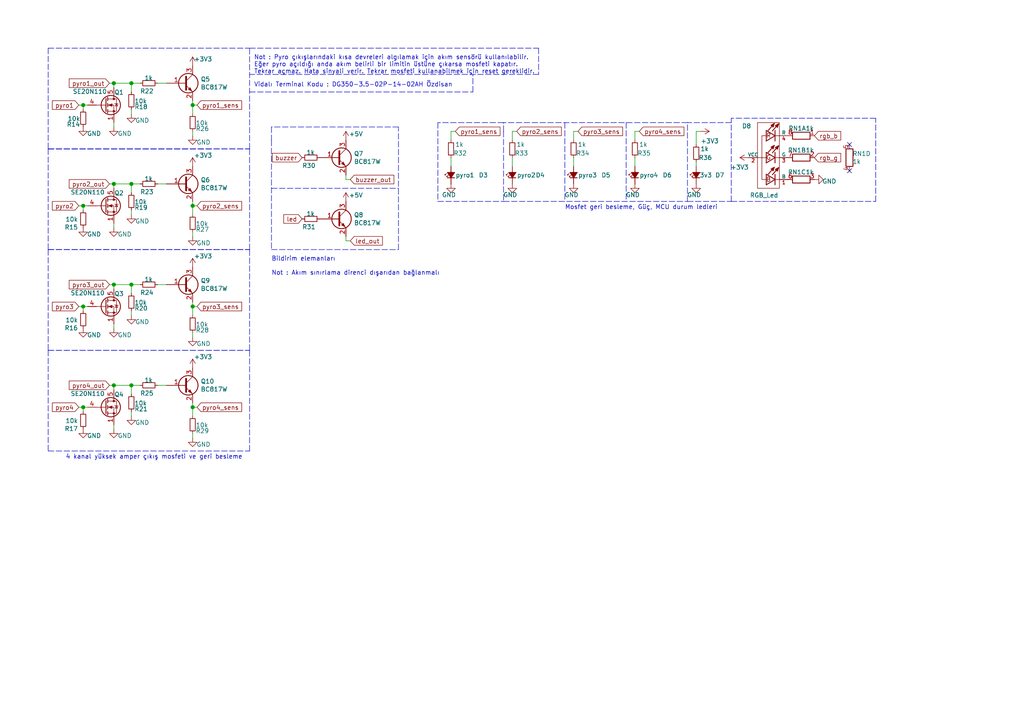
<source format=kicad_sch>
(kicad_sch (version 20201015) (generator eeschema)

  (page 1 8)

  (paper "A4")

  (lib_symbols
    (symbol "Device:LED_Small_Filled" (pin_numbers hide) (pin_names (offset 0.254) hide) (in_bom yes) (on_board yes)
      (property "Reference" "D" (id 0) (at -1.27 3.175 0)
        (effects (font (size 1.27 1.27)) (justify left))
      )
      (property "Value" "LED_Small_Filled" (id 1) (at -4.445 -2.54 0)
        (effects (font (size 1.27 1.27)) (justify left))
      )
      (property "Footprint" "" (id 2) (at 0 0 90)
        (effects (font (size 1.27 1.27)) hide)
      )
      (property "Datasheet" "~" (id 3) (at 0 0 90)
        (effects (font (size 1.27 1.27)) hide)
      )
      (property "ki_keywords" "LED diode light-emitting-diode" (id 4) (at 0 0 0)
        (effects (font (size 1.27 1.27)) hide)
      )
      (property "ki_description" "Light emitting diode, small symbol, filled shape" (id 5) (at 0 0 0)
        (effects (font (size 1.27 1.27)) hide)
      )
      (property "ki_fp_filters" "LED* LED_SMD:* LED_THT:*" (id 6) (at 0 0 0)
        (effects (font (size 1.27 1.27)) hide)
      )
      (symbol "LED_Small_Filled_0_1"
        (polyline
          (pts
            (xy -0.762 -1.016)
            (xy -0.762 1.016)
          )
          (stroke (width 0.254)) (fill (type none))
        )
        (polyline
          (pts
            (xy 1.016 0)
            (xy -0.762 0)
          )
          (stroke (width 0)) (fill (type none))
        )
        (polyline
          (pts
            (xy 0.762 -1.016)
            (xy -0.762 0)
            (xy 0.762 1.016)
            (xy 0.762 -1.016)
          )
          (stroke (width 0.254)) (fill (type outline))
        )
        (polyline
          (pts
            (xy 0 0.762)
            (xy -0.508 1.27)
            (xy -0.254 1.27)
            (xy -0.508 1.27)
            (xy -0.508 1.016)
          )
          (stroke (width 0)) (fill (type none))
        )
        (polyline
          (pts
            (xy 0.508 1.27)
            (xy 0 1.778)
            (xy 0.254 1.778)
            (xy 0 1.778)
            (xy 0 1.524)
          )
          (stroke (width 0)) (fill (type none))
        )
      )
      (symbol "LED_Small_Filled_1_1"
        (pin passive line (at -2.54 0 0) (length 1.778)
          (name "K" (effects (font (size 1.27 1.27))))
          (number "1" (effects (font (size 1.27 1.27))))
        )
        (pin passive line (at 2.54 0 180) (length 1.778)
          (name "A" (effects (font (size 1.27 1.27))))
          (number "2" (effects (font (size 1.27 1.27))))
        )
      )
    )
    (symbol "Device:R_Pack04_Split" (pin_names (offset 0) hide) (in_bom yes) (on_board yes)
      (property "Reference" "RN" (id 0) (at 2.032 0 90)
        (effects (font (size 1.27 1.27)))
      )
      (property "Value" "R_Pack04_Split" (id 1) (at 0 0 90)
        (effects (font (size 1.27 1.27)))
      )
      (property "Footprint" "" (id 2) (at -2.032 0 90)
        (effects (font (size 1.27 1.27)) hide)
      )
      (property "Datasheet" "~" (id 3) (at 0 0 0)
        (effects (font (size 1.27 1.27)) hide)
      )
      (property "ki_keywords" "R network parallel topology isolated" (id 4) (at 0 0 0)
        (effects (font (size 1.27 1.27)) hide)
      )
      (property "ki_description" "4 resistor network, parallel topology, split" (id 5) (at 0 0 0)
        (effects (font (size 1.27 1.27)) hide)
      )
      (property "ki_fp_filters" "DIP* SOIC* R*Array*Concave* R*Array*Convex*" (id 6) (at 0 0 0)
        (effects (font (size 1.27 1.27)) hide)
      )
      (symbol "R_Pack04_Split_0_1"
        (rectangle (start 1.016 2.54) (end -1.016 -2.54)
          (stroke (width 0.254)) (fill (type none))
        )
      )
      (symbol "R_Pack04_Split_1_1"
        (pin passive line (at 0 -3.81 90) (length 1.27)
          (name "R1.1" (effects (font (size 1.27 1.27))))
          (number "1" (effects (font (size 1.27 1.27))))
        )
        (pin passive line (at 0 3.81 270) (length 1.27)
          (name "R1.2" (effects (font (size 1.27 1.27))))
          (number "8" (effects (font (size 1.27 1.27))))
        )
      )
      (symbol "R_Pack04_Split_2_1"
        (pin passive line (at 0 -3.81 90) (length 1.27)
          (name "R2.1" (effects (font (size 1.27 1.27))))
          (number "2" (effects (font (size 1.27 1.27))))
        )
        (pin passive line (at 0 3.81 270) (length 1.27)
          (name "R2.2" (effects (font (size 1.27 1.27))))
          (number "7" (effects (font (size 1.27 1.27))))
        )
      )
      (symbol "R_Pack04_Split_3_1"
        (pin passive line (at 0 -3.81 90) (length 1.27)
          (name "R3.1" (effects (font (size 1.27 1.27))))
          (number "3" (effects (font (size 1.27 1.27))))
        )
        (pin passive line (at 0 3.81 270) (length 1.27)
          (name "R3.2" (effects (font (size 1.27 1.27))))
          (number "6" (effects (font (size 1.27 1.27))))
        )
      )
      (symbol "R_Pack04_Split_4_1"
        (pin passive line (at 0 -3.81 90) (length 1.27)
          (name "R4.1" (effects (font (size 1.27 1.27))))
          (number "4" (effects (font (size 1.27 1.27))))
        )
        (pin passive line (at 0 3.81 270) (length 1.27)
          (name "R4.2" (effects (font (size 1.27 1.27))))
          (number "5" (effects (font (size 1.27 1.27))))
        )
      )
    )
    (symbol "Device:R_Small" (pin_numbers hide) (pin_names (offset 0.254) hide) (in_bom yes) (on_board yes)
      (property "Reference" "R" (id 0) (at 0.762 0.508 0)
        (effects (font (size 1.27 1.27)) (justify left))
      )
      (property "Value" "R_Small" (id 1) (at 0.762 -1.016 0)
        (effects (font (size 1.27 1.27)) (justify left))
      )
      (property "Footprint" "" (id 2) (at 0 0 0)
        (effects (font (size 1.27 1.27)) hide)
      )
      (property "Datasheet" "~" (id 3) (at 0 0 0)
        (effects (font (size 1.27 1.27)) hide)
      )
      (property "ki_keywords" "R resistor" (id 4) (at 0 0 0)
        (effects (font (size 1.27 1.27)) hide)
      )
      (property "ki_description" "Resistor, small symbol" (id 5) (at 0 0 0)
        (effects (font (size 1.27 1.27)) hide)
      )
      (property "ki_fp_filters" "R_*" (id 6) (at 0 0 0)
        (effects (font (size 1.27 1.27)) hide)
      )
      (symbol "R_Small_0_1"
        (rectangle (start -0.762 1.778) (end 0.762 -1.778)
          (stroke (width 0.2032)) (fill (type none))
        )
      )
      (symbol "R_Small_1_1"
        (pin passive line (at 0 2.54 270) (length 0.762)
          (name "~" (effects (font (size 1.27 1.27))))
          (number "1" (effects (font (size 1.27 1.27))))
        )
        (pin passive line (at 0 -2.54 90) (length 0.762)
          (name "~" (effects (font (size 1.27 1.27))))
          (number "2" (effects (font (size 1.27 1.27))))
        )
      )
    )
    (symbol "KiCAD_Sch_Symbols_EO:RGB_Led" (pin_names (offset 0)) (in_bom yes) (on_board yes)
      (property "Reference" "D" (id 0) (at 0 13.97 0)
        (effects (font (size 1.27 1.27)))
      )
      (property "Value" "RGB_Led" (id 1) (at 0 11.43 0)
        (effects (font (size 1.27 1.27)))
      )
      (property "Footprint" "" (id 2) (at 0 0 0)
        (effects (font (size 1.27 1.27)) hide)
      )
      (property "Datasheet" "" (id 3) (at 0 0 0)
        (effects (font (size 1.27 1.27)) hide)
      )
      (symbol "RGB_Led_0_0"
        (text "B" (at 0.6604 -6.3246 0)
          (effects (font (size 1.27 1.27)))
        )
        (text "G" (at 0.6604 0.0508 0)
          (effects (font (size 1.27 1.27)))
        )
        (text "R" (at 0.6858 6.4262 0)
          (effects (font (size 1.27 1.27)))
        )
        (polyline
          (pts
            (xy -1.27 0)
            (xy -2.54 0)
          )
          (stroke (width 0)) (fill (type none))
        )
        (polyline
          (pts
            (xy 0 -7.874)
            (xy 2.54 -6.35)
          )
          (stroke (width 0.254)) (fill (type none))
        )
        (polyline
          (pts
            (xy 0 -6.35)
            (xy 0 -7.874)
          )
          (stroke (width 0.254)) (fill (type none))
        )
        (polyline
          (pts
            (xy 0 -4.826)
            (xy 0 -6.35)
          )
          (stroke (width 0.254)) (fill (type none))
        )
        (polyline
          (pts
            (xy 0 -1.524)
            (xy 2.54 0)
          )
          (stroke (width 0.254)) (fill (type none))
        )
        (polyline
          (pts
            (xy 0 0)
            (xy -1.27 0)
          )
          (stroke (width 0)) (fill (type none))
        )
        (polyline
          (pts
            (xy 0 0)
            (xy 0 -1.524)
          )
          (stroke (width 0.254)) (fill (type none))
        )
        (polyline
          (pts
            (xy 0 1.524)
            (xy 0 0)
          )
          (stroke (width 0.254)) (fill (type none))
        )
        (polyline
          (pts
            (xy 0 4.826)
            (xy 2.54 6.35)
          )
          (stroke (width 0.254)) (fill (type none))
        )
        (polyline
          (pts
            (xy 0 6.35)
            (xy 0 4.826)
          )
          (stroke (width 0.254)) (fill (type none))
        )
        (polyline
          (pts
            (xy 0 7.874)
            (xy 0 6.35)
          )
          (stroke (width 0.254)) (fill (type none))
        )
        (polyline
          (pts
            (xy 1.4224 -3.302)
            (xy 2.3114 -2.8194)
          )
          (stroke (width 0.254)) (fill (type none))
        )
        (polyline
          (pts
            (xy 1.4224 3.048)
            (xy 2.3114 3.5306)
          )
          (stroke (width 0.254)) (fill (type none))
        )
        (polyline
          (pts
            (xy 1.4224 9.398)
            (xy 2.3114 9.8806)
          )
          (stroke (width 0.254)) (fill (type none))
        )
        (polyline
          (pts
            (xy 1.6002 -3.3782)
            (xy 1.8288 -3.2258)
          )
          (stroke (width 0.254)) (fill (type none))
        )
        (polyline
          (pts
            (xy 1.6002 2.9718)
            (xy 1.8288 3.1242)
          )
          (stroke (width 0.254)) (fill (type none))
        )
        (polyline
          (pts
            (xy 1.6002 9.3218)
            (xy 1.8288 9.4742)
          )
          (stroke (width 0.254)) (fill (type none))
        )
        (polyline
          (pts
            (xy 1.9812 -3.7846)
            (xy 1.4224 -3.302)
          )
          (stroke (width 0.254)) (fill (type none))
        )
        (polyline
          (pts
            (xy 1.9812 -3.7846)
            (xy 2.0066 -3.048)
          )
          (stroke (width 0.254)) (fill (type none))
        )
        (polyline
          (pts
            (xy 1.9812 2.5654)
            (xy 1.4224 3.048)
          )
          (stroke (width 0.254)) (fill (type none))
        )
        (polyline
          (pts
            (xy 1.9812 2.5654)
            (xy 2.0066 3.302)
          )
          (stroke (width 0.254)) (fill (type none))
        )
        (polyline
          (pts
            (xy 1.9812 8.9154)
            (xy 1.4224 9.398)
          )
          (stroke (width 0.254)) (fill (type none))
        )
        (polyline
          (pts
            (xy 1.9812 8.9154)
            (xy 2.0066 9.652)
          )
          (stroke (width 0.254)) (fill (type none))
        )
        (polyline
          (pts
            (xy 2.0066 -3.048)
            (xy 1.8796 -3.048)
          )
          (stroke (width 0.254)) (fill (type none))
        )
        (polyline
          (pts
            (xy 2.0066 3.302)
            (xy 1.8796 3.302)
          )
          (stroke (width 0.254)) (fill (type none))
        )
        (polyline
          (pts
            (xy 2.0066 9.652)
            (xy 1.8796 9.652)
          )
          (stroke (width 0.254)) (fill (type none))
        )
        (polyline
          (pts
            (xy 2.3114 -2.8194)
            (xy 0.5334 -4.8514)
          )
          (stroke (width 0.254)) (fill (type none))
        )
        (polyline
          (pts
            (xy 2.3114 -2.8194)
            (xy 1.9812 -3.7846)
          )
          (stroke (width 0.254)) (fill (type none))
        )
        (polyline
          (pts
            (xy 2.3114 3.5306)
            (xy 0.5334 1.4986)
          )
          (stroke (width 0.254)) (fill (type none))
        )
        (polyline
          (pts
            (xy 2.3114 3.5306)
            (xy 1.9812 2.5654)
          )
          (stroke (width 0.254)) (fill (type none))
        )
        (polyline
          (pts
            (xy 2.3114 9.8806)
            (xy 0.5334 7.8486)
          )
          (stroke (width 0.254)) (fill (type none))
        )
        (polyline
          (pts
            (xy 2.3114 9.8806)
            (xy 1.9812 8.9154)
          )
          (stroke (width 0.254)) (fill (type none))
        )
        (polyline
          (pts
            (xy 2.54 -6.35)
            (xy 0 -4.826)
          )
          (stroke (width 0.254)) (fill (type none))
        )
        (polyline
          (pts
            (xy 2.54 -6.35)
            (xy 3.81 -6.35)
          )
          (stroke (width 0)) (fill (type none))
        )
        (polyline
          (pts
            (xy 2.54 -4.826)
            (xy 2.54 -7.874)
          )
          (stroke (width 0.254)) (fill (type none))
        )
        (polyline
          (pts
            (xy 2.54 0)
            (xy 0 1.524)
          )
          (stroke (width 0.254)) (fill (type none))
        )
        (polyline
          (pts
            (xy 2.54 0)
            (xy 3.81 0)
          )
          (stroke (width 0)) (fill (type none))
        )
        (polyline
          (pts
            (xy 2.54 1.524)
            (xy 2.54 -1.524)
          )
          (stroke (width 0.254)) (fill (type none))
        )
        (polyline
          (pts
            (xy 2.54 6.35)
            (xy 0 7.874)
          )
          (stroke (width 0.254)) (fill (type none))
        )
        (polyline
          (pts
            (xy 2.54 6.35)
            (xy 3.81 6.35)
          )
          (stroke (width 0)) (fill (type none))
        )
        (polyline
          (pts
            (xy 2.54 7.874)
            (xy 2.54 4.826)
          )
          (stroke (width 0.254)) (fill (type none))
        )
        (polyline
          (pts
            (xy 2.667 -3.4036)
            (xy 3.556 -2.921)
          )
          (stroke (width 0.254)) (fill (type none))
        )
        (polyline
          (pts
            (xy 2.667 2.9464)
            (xy 3.556 3.429)
          )
          (stroke (width 0.254)) (fill (type none))
        )
        (polyline
          (pts
            (xy 2.667 9.2964)
            (xy 3.556 9.779)
          )
          (stroke (width 0.254)) (fill (type none))
        )
        (polyline
          (pts
            (xy 2.8448 -3.4798)
            (xy 3.0734 -3.3274)
          )
          (stroke (width 0.254)) (fill (type none))
        )
        (polyline
          (pts
            (xy 2.8448 2.8702)
            (xy 3.0734 3.0226)
          )
          (stroke (width 0.254)) (fill (type none))
        )
        (polyline
          (pts
            (xy 2.8448 9.2202)
            (xy 3.0734 9.3726)
          )
          (stroke (width 0.254)) (fill (type none))
        )
        (polyline
          (pts
            (xy 3.2258 -3.8862)
            (xy 2.667 -3.4036)
          )
          (stroke (width 0.254)) (fill (type none))
        )
        (polyline
          (pts
            (xy 3.2258 -3.8862)
            (xy 3.2512 -3.1496)
          )
          (stroke (width 0.254)) (fill (type none))
        )
        (polyline
          (pts
            (xy 3.2258 2.4638)
            (xy 2.667 2.9464)
          )
          (stroke (width 0.254)) (fill (type none))
        )
        (polyline
          (pts
            (xy 3.2258 2.4638)
            (xy 3.2512 3.2004)
          )
          (stroke (width 0.254)) (fill (type none))
        )
        (polyline
          (pts
            (xy 3.2258 8.8138)
            (xy 2.667 9.2964)
          )
          (stroke (width 0.254)) (fill (type none))
        )
        (polyline
          (pts
            (xy 3.2258 8.8138)
            (xy 3.2512 9.5504)
          )
          (stroke (width 0.254)) (fill (type none))
        )
        (polyline
          (pts
            (xy 3.2512 -3.1496)
            (xy 3.1242 -3.1496)
          )
          (stroke (width 0.254)) (fill (type none))
        )
        (polyline
          (pts
            (xy 3.2512 3.2004)
            (xy 3.1242 3.2004)
          )
          (stroke (width 0.254)) (fill (type none))
        )
        (polyline
          (pts
            (xy 3.2512 9.5504)
            (xy 3.1242 9.5504)
          )
          (stroke (width 0.254)) (fill (type none))
        )
        (polyline
          (pts
            (xy 3.556 -2.921)
            (xy 1.778 -4.953)
          )
          (stroke (width 0.254)) (fill (type none))
        )
        (polyline
          (pts
            (xy 3.556 -2.921)
            (xy 3.2258 -3.8862)
          )
          (stroke (width 0.254)) (fill (type none))
        )
        (polyline
          (pts
            (xy 3.556 3.429)
            (xy 1.778 1.397)
          )
          (stroke (width 0.254)) (fill (type none))
        )
        (polyline
          (pts
            (xy 3.556 3.429)
            (xy 3.2258 2.4638)
          )
          (stroke (width 0.254)) (fill (type none))
        )
        (polyline
          (pts
            (xy 3.556 9.779)
            (xy 1.778 7.747)
          )
          (stroke (width 0.254)) (fill (type none))
        )
        (polyline
          (pts
            (xy 3.556 9.779)
            (xy 3.2258 8.8138)
          )
          (stroke (width 0.254)) (fill (type none))
        )
        (polyline
          (pts
            (xy 0 6.35)
            (xy -1.27 6.35)
            (xy -1.27 -6.35)
            (xy 0 -6.35)
          )
          (stroke (width 0)) (fill (type none))
        )
        (polyline
          (pts
            (xy -2.54 -8.89)
            (xy -2.54 10.16)
            (xy 3.81 10.16)
            (xy 3.81 -8.89)
            (xy -2.54 -8.89)
          )
          (stroke (width 0)) (fill (type none))
        )
        (pin passive line (at 6.35 -6.35 180) (length 2.54)
          (name "B" (effects (font (size 1.016 1.016))))
          (number "1" (effects (font (size 1.016 1.016))))
        )
        (pin passive line (at -5.08 0 0) (length 2.54)
          (name "VCC" (effects (font (size 1.016 1.016))))
          (number "2" (effects (font (size 1.016 1.016))))
        )
        (pin passive line (at 6.35 0 180) (length 2.54)
          (name "G" (effects (font (size 1.016 1.016))))
          (number "3" (effects (font (size 1.016 1.016))))
        )
        (pin passive line (at 6.35 6.35 180) (length 2.54)
          (name "R" (effects (font (size 1.016 1.016))))
          (number "4" (effects (font (size 1.016 1.016))))
        )
      )
    )
    (symbol "Transistor_BJT:BC817W" (pin_names (offset 0) hide) (in_bom yes) (on_board yes)
      (property "Reference" "Q" (id 0) (at 5.08 1.905 0)
        (effects (font (size 1.27 1.27)) (justify left))
      )
      (property "Value" "BC817W" (id 1) (at 5.08 0 0)
        (effects (font (size 1.27 1.27)) (justify left))
      )
      (property "Footprint" "Package_TO_SOT_SMD:SOT-323_SC-70" (id 2) (at 5.08 -1.905 0)
        (effects (font (size 1.27 1.27) italic) (justify left) hide)
      )
      (property "Datasheet" "https://www.onsemi.com/pub/Collateral/BC818-D.pdf" (id 3) (at 0 0 0)
        (effects (font (size 1.27 1.27)) (justify left) hide)
      )
      (property "ki_keywords" "NPN Transistor" (id 4) (at 0 0 0)
        (effects (font (size 1.27 1.27)) hide)
      )
      (property "ki_description" "0.8A Ic, 45V Vce, NPN Transistor, SOT-323" (id 5) (at 0 0 0)
        (effects (font (size 1.27 1.27)) hide)
      )
      (property "ki_fp_filters" "SOT?323*" (id 6) (at 0 0 0)
        (effects (font (size 1.27 1.27)) hide)
      )
      (symbol "BC817W_0_1"
        (circle (center 1.27 0) (radius 2.8194) (stroke (width 0.254)) (fill (type none)))
        (polyline
          (pts
            (xy 0.635 0.635)
            (xy 2.54 2.54)
          )
          (stroke (width 0)) (fill (type none))
        )
        (polyline
          (pts
            (xy 0.635 -0.635)
            (xy 2.54 -2.54)
            (xy 2.54 -2.54)
          )
          (stroke (width 0)) (fill (type none))
        )
        (polyline
          (pts
            (xy 0.635 1.905)
            (xy 0.635 -1.905)
            (xy 0.635 -1.905)
          )
          (stroke (width 0.508)) (fill (type none))
        )
        (polyline
          (pts
            (xy 1.27 -1.778)
            (xy 1.778 -1.27)
            (xy 2.286 -2.286)
            (xy 1.27 -1.778)
            (xy 1.27 -1.778)
          )
          (stroke (width 0)) (fill (type outline))
        )
      )
      (symbol "BC817W_1_1"
        (pin input line (at -5.08 0 0) (length 5.715)
          (name "B" (effects (font (size 1.27 1.27))))
          (number "1" (effects (font (size 1.27 1.27))))
        )
        (pin passive line (at 2.54 -5.08 90) (length 2.54)
          (name "E" (effects (font (size 1.27 1.27))))
          (number "2" (effects (font (size 1.27 1.27))))
        )
        (pin passive line (at 2.54 5.08 270) (length 2.54)
          (name "C" (effects (font (size 1.27 1.27))))
          (number "3" (effects (font (size 1.27 1.27))))
        )
      )
    )
    (symbol "Transistor_FET:BUK7M6R3-40EX" (pin_names hide) (in_bom yes) (on_board yes)
      (property "Reference" "Q" (id 0) (at 5.08 1.905 0)
        (effects (font (size 1.27 1.27)) (justify left))
      )
      (property "Value" "BUK7M6R3-40EX" (id 1) (at 5.08 0 0)
        (effects (font (size 1.27 1.27)) (justify left))
      )
      (property "Footprint" "Package_TO_SOT_SMD:LFPAK33" (id 2) (at 5.08 -1.905 0)
        (effects (font (size 1.27 1.27) italic) (justify left) hide)
      )
      (property "Datasheet" "https://assets.nexperia.com/documents/data-sheet/BUK7M6R3-40E.pdf" (id 3) (at 0 0 90)
        (effects (font (size 1.27 1.27)) (justify left) hide)
      )
      (property "ki_keywords" "Power MOSFET N-MOS" (id 4) (at 0 0 0)
        (effects (font (size 1.27 1.27)) hide)
      )
      (property "ki_description" "70A Id, 40V Vds, N-Channel TrenchMOS MOSFET, 6.3mOhm Ron, 28.1nC Qqd, -55 to 175 °C, LFPAK33" (id 5) (at 0 0 0)
        (effects (font (size 1.27 1.27)) hide)
      )
      (symbol "BUK7M6R3-40EX_0_1"
        (circle (center 1.651 0) (radius 2.794) (stroke (width 0.254)) (fill (type none)))
        (circle (center 2.54 -1.778) (radius 0.254) (stroke (width 0)) (fill (type outline)))
        (circle (center 2.54 1.778) (radius 0.254) (stroke (width 0)) (fill (type outline)))
        (polyline
          (pts
            (xy 0.254 0)
            (xy -2.54 0)
          )
          (stroke (width 0)) (fill (type none))
        )
        (polyline
          (pts
            (xy 0.254 1.905)
            (xy 0.254 -1.905)
          )
          (stroke (width 0.254)) (fill (type none))
        )
        (polyline
          (pts
            (xy 0.762 -1.27)
            (xy 0.762 -2.286)
          )
          (stroke (width 0.254)) (fill (type none))
        )
        (polyline
          (pts
            (xy 0.762 0.508)
            (xy 0.762 -0.508)
          )
          (stroke (width 0.254)) (fill (type none))
        )
        (polyline
          (pts
            (xy 0.762 2.286)
            (xy 0.762 1.27)
          )
          (stroke (width 0.254)) (fill (type none))
        )
        (polyline
          (pts
            (xy 2.54 2.54)
            (xy 2.54 1.778)
          )
          (stroke (width 0)) (fill (type none))
        )
        (polyline
          (pts
            (xy 2.54 -2.54)
            (xy 2.54 0)
            (xy 0.762 0)
          )
          (stroke (width 0)) (fill (type none))
        )
        (polyline
          (pts
            (xy 0.762 -1.778)
            (xy 3.302 -1.778)
            (xy 3.302 1.778)
            (xy 0.762 1.778)
          )
          (stroke (width 0)) (fill (type none))
        )
        (polyline
          (pts
            (xy 1.016 0)
            (xy 2.032 0.381)
            (xy 2.032 -0.381)
            (xy 1.016 0)
          )
          (stroke (width 0)) (fill (type outline))
        )
        (polyline
          (pts
            (xy 2.794 0.508)
            (xy 2.921 0.381)
            (xy 3.683 0.381)
            (xy 3.81 0.254)
          )
          (stroke (width 0)) (fill (type none))
        )
        (polyline
          (pts
            (xy 3.302 0.381)
            (xy 2.921 -0.254)
            (xy 3.683 -0.254)
            (xy 3.302 0.381)
          )
          (stroke (width 0)) (fill (type none))
        )
      )
      (symbol "BUK7M6R3-40EX_1_1"
        (pin passive line (at 2.54 -5.08 90) (length 2.54)
          (name "S" (effects (font (size 1.27 1.27))))
          (number "1" (effects (font (size 1.27 1.27))))
        )
        (pin passive line (at 2.54 -5.08 90) (length 2.54) hide
          (name "S" (effects (font (size 1.27 1.27))))
          (number "2" (effects (font (size 1.27 1.27))))
        )
        (pin passive line (at 2.54 -5.08 90) (length 2.54) hide
          (name "S" (effects (font (size 1.27 1.27))))
          (number "3" (effects (font (size 1.27 1.27))))
        )
        (pin passive line (at -5.08 0 0) (length 2.54)
          (name "G" (effects (font (size 1.27 1.27))))
          (number "4" (effects (font (size 1.27 1.27))))
        )
        (pin passive line (at 2.54 5.08 270) (length 2.54)
          (name "D" (effects (font (size 1.27 1.27))))
          (number "5" (effects (font (size 1.27 1.27))))
        )
      )
    )
    (symbol "power:+3V3" (power) (pin_names (offset 0)) (in_bom yes) (on_board yes)
      (property "Reference" "#PWR" (id 0) (at 0 -3.81 0)
        (effects (font (size 1.27 1.27)) hide)
      )
      (property "Value" "+3V3" (id 1) (at 0 3.556 0)
        (effects (font (size 1.27 1.27)))
      )
      (property "Footprint" "" (id 2) (at 0 0 0)
        (effects (font (size 1.27 1.27)) hide)
      )
      (property "Datasheet" "" (id 3) (at 0 0 0)
        (effects (font (size 1.27 1.27)) hide)
      )
      (property "ki_keywords" "power-flag" (id 4) (at 0 0 0)
        (effects (font (size 1.27 1.27)) hide)
      )
      (property "ki_description" "Power symbol creates a global label with name \"+3V3\"" (id 5) (at 0 0 0)
        (effects (font (size 1.27 1.27)) hide)
      )
      (symbol "+3V3_0_1"
        (polyline
          (pts
            (xy -0.762 1.27)
            (xy 0 2.54)
          )
          (stroke (width 0)) (fill (type none))
        )
        (polyline
          (pts
            (xy 0 0)
            (xy 0 2.54)
          )
          (stroke (width 0)) (fill (type none))
        )
        (polyline
          (pts
            (xy 0 2.54)
            (xy 0.762 1.27)
          )
          (stroke (width 0)) (fill (type none))
        )
      )
      (symbol "+3V3_1_1"
        (pin power_in line (at 0 0 90) (length 0) hide
          (name "+3V3" (effects (font (size 1.27 1.27))))
          (number "1" (effects (font (size 1.27 1.27))))
        )
      )
    )
    (symbol "power:+5V" (power) (pin_names (offset 0)) (in_bom yes) (on_board yes)
      (property "Reference" "#PWR" (id 0) (at 0 -3.81 0)
        (effects (font (size 1.27 1.27)) hide)
      )
      (property "Value" "+5V" (id 1) (at 0 3.556 0)
        (effects (font (size 1.27 1.27)))
      )
      (property "Footprint" "" (id 2) (at 0 0 0)
        (effects (font (size 1.27 1.27)) hide)
      )
      (property "Datasheet" "" (id 3) (at 0 0 0)
        (effects (font (size 1.27 1.27)) hide)
      )
      (property "ki_keywords" "power-flag" (id 4) (at 0 0 0)
        (effects (font (size 1.27 1.27)) hide)
      )
      (property "ki_description" "Power symbol creates a global label with name \"+5V\"" (id 5) (at 0 0 0)
        (effects (font (size 1.27 1.27)) hide)
      )
      (symbol "+5V_0_1"
        (polyline
          (pts
            (xy -0.762 1.27)
            (xy 0 2.54)
          )
          (stroke (width 0)) (fill (type none))
        )
        (polyline
          (pts
            (xy 0 0)
            (xy 0 2.54)
          )
          (stroke (width 0)) (fill (type none))
        )
        (polyline
          (pts
            (xy 0 2.54)
            (xy 0.762 1.27)
          )
          (stroke (width 0)) (fill (type none))
        )
      )
      (symbol "+5V_1_1"
        (pin power_in line (at 0 0 90) (length 0) hide
          (name "+5V" (effects (font (size 1.27 1.27))))
          (number "1" (effects (font (size 1.27 1.27))))
        )
      )
    )
    (symbol "power:GND" (power) (pin_names (offset 0)) (in_bom yes) (on_board yes)
      (property "Reference" "#PWR" (id 0) (at 0 -6.35 0)
        (effects (font (size 1.27 1.27)) hide)
      )
      (property "Value" "GND" (id 1) (at 0 -3.81 0)
        (effects (font (size 1.27 1.27)))
      )
      (property "Footprint" "" (id 2) (at 0 0 0)
        (effects (font (size 1.27 1.27)) hide)
      )
      (property "Datasheet" "" (id 3) (at 0 0 0)
        (effects (font (size 1.27 1.27)) hide)
      )
      (property "ki_keywords" "power-flag" (id 4) (at 0 0 0)
        (effects (font (size 1.27 1.27)) hide)
      )
      (property "ki_description" "Power symbol creates a global label with name \"GND\" , ground" (id 5) (at 0 0 0)
        (effects (font (size 1.27 1.27)) hide)
      )
      (symbol "GND_0_1"
        (polyline
          (pts
            (xy 0 0)
            (xy 0 -1.27)
            (xy 1.27 -1.27)
            (xy 0 -2.54)
            (xy -1.27 -1.27)
            (xy 0 -1.27)
          )
          (stroke (width 0)) (fill (type none))
        )
      )
      (symbol "GND_1_1"
        (pin power_in line (at 0 0 270) (length 0) hide
          (name "GND" (effects (font (size 1.27 1.27))))
          (number "1" (effects (font (size 1.27 1.27))))
        )
      )
    )
  )

  (junction (at 24.13 30.48) (diameter 1.016) (color 0 0 0 0))
  (junction (at 24.13 59.69) (diameter 1.016) (color 0 0 0 0))
  (junction (at 24.13 88.9) (diameter 1.016) (color 0 0 0 0))
  (junction (at 24.13 118.11) (diameter 1.016) (color 0 0 0 0))
  (junction (at 33.02 24.13) (diameter 1.016) (color 0 0 0 0))
  (junction (at 33.02 53.34) (diameter 1.016) (color 0 0 0 0))
  (junction (at 33.02 82.55) (diameter 1.016) (color 0 0 0 0))
  (junction (at 33.02 111.76) (diameter 1.016) (color 0 0 0 0))
  (junction (at 38.1 24.13) (diameter 1.016) (color 0 0 0 0))
  (junction (at 38.1 53.34) (diameter 1.016) (color 0 0 0 0))
  (junction (at 38.1 82.55) (diameter 1.016) (color 0 0 0 0))
  (junction (at 38.1 111.76) (diameter 1.016) (color 0 0 0 0))
  (junction (at 55.88 30.48) (diameter 1.016) (color 0 0 0 0))
  (junction (at 55.88 59.69) (diameter 1.016) (color 0 0 0 0))
  (junction (at 55.88 88.9) (diameter 1.016) (color 0 0 0 0))
  (junction (at 55.88 118.11) (diameter 1.016) (color 0 0 0 0))

  (no_connect (at 246.38 49.53))
  (no_connect (at 246.38 41.91))

  (wire (pts (xy 22.86 30.48) (xy 24.13 30.48))
    (stroke (width 0) (type solid) (color 0 0 0 0))
  )
  (wire (pts (xy 22.86 59.69) (xy 24.13 59.69))
    (stroke (width 0) (type solid) (color 0 0 0 0))
  )
  (wire (pts (xy 22.86 88.9) (xy 24.13 88.9))
    (stroke (width 0) (type solid) (color 0 0 0 0))
  )
  (wire (pts (xy 22.86 118.11) (xy 24.13 118.11))
    (stroke (width 0) (type solid) (color 0 0 0 0))
  )
  (wire (pts (xy 24.13 30.48) (xy 25.4 30.48))
    (stroke (width 0) (type solid) (color 0 0 0 0))
  )
  (wire (pts (xy 24.13 31.75) (xy 24.13 30.48))
    (stroke (width 0) (type solid) (color 0 0 0 0))
  )
  (wire (pts (xy 24.13 59.69) (xy 25.4 59.69))
    (stroke (width 0) (type solid) (color 0 0 0 0))
  )
  (wire (pts (xy 24.13 60.96) (xy 24.13 59.69))
    (stroke (width 0) (type solid) (color 0 0 0 0))
  )
  (wire (pts (xy 24.13 88.9) (xy 25.4 88.9))
    (stroke (width 0) (type solid) (color 0 0 0 0))
  )
  (wire (pts (xy 24.13 90.17) (xy 24.13 88.9))
    (stroke (width 0) (type solid) (color 0 0 0 0))
  )
  (wire (pts (xy 24.13 118.11) (xy 25.4 118.11))
    (stroke (width 0) (type solid) (color 0 0 0 0))
  )
  (wire (pts (xy 24.13 119.38) (xy 24.13 118.11))
    (stroke (width 0) (type solid) (color 0 0 0 0))
  )
  (wire (pts (xy 31.75 24.13) (xy 33.02 24.13))
    (stroke (width 0) (type solid) (color 0 0 0 0))
  )
  (wire (pts (xy 31.75 53.34) (xy 33.02 53.34))
    (stroke (width 0) (type solid) (color 0 0 0 0))
  )
  (wire (pts (xy 31.75 82.55) (xy 33.02 82.55))
    (stroke (width 0) (type solid) (color 0 0 0 0))
  )
  (wire (pts (xy 31.75 111.76) (xy 33.02 111.76))
    (stroke (width 0) (type solid) (color 0 0 0 0))
  )
  (wire (pts (xy 33.02 24.13) (xy 33.02 25.4))
    (stroke (width 0) (type solid) (color 0 0 0 0))
  )
  (wire (pts (xy 33.02 24.13) (xy 38.1 24.13))
    (stroke (width 0) (type solid) (color 0 0 0 0))
  )
  (wire (pts (xy 33.02 36.83) (xy 33.02 35.56))
    (stroke (width 0) (type solid) (color 0 0 0 0))
  )
  (wire (pts (xy 33.02 53.34) (xy 33.02 54.61))
    (stroke (width 0) (type solid) (color 0 0 0 0))
  )
  (wire (pts (xy 33.02 53.34) (xy 38.1 53.34))
    (stroke (width 0) (type solid) (color 0 0 0 0))
  )
  (wire (pts (xy 33.02 66.04) (xy 33.02 64.77))
    (stroke (width 0) (type solid) (color 0 0 0 0))
  )
  (wire (pts (xy 33.02 82.55) (xy 33.02 83.82))
    (stroke (width 0) (type solid) (color 0 0 0 0))
  )
  (wire (pts (xy 33.02 82.55) (xy 38.1 82.55))
    (stroke (width 0) (type solid) (color 0 0 0 0))
  )
  (wire (pts (xy 33.02 95.25) (xy 33.02 93.98))
    (stroke (width 0) (type solid) (color 0 0 0 0))
  )
  (wire (pts (xy 33.02 111.76) (xy 33.02 113.03))
    (stroke (width 0) (type solid) (color 0 0 0 0))
  )
  (wire (pts (xy 33.02 111.76) (xy 38.1 111.76))
    (stroke (width 0) (type solid) (color 0 0 0 0))
  )
  (wire (pts (xy 33.02 124.46) (xy 33.02 123.19))
    (stroke (width 0) (type solid) (color 0 0 0 0))
  )
  (wire (pts (xy 38.1 24.13) (xy 38.1 26.67))
    (stroke (width 0) (type solid) (color 0 0 0 0))
  )
  (wire (pts (xy 38.1 24.13) (xy 40.64 24.13))
    (stroke (width 0) (type solid) (color 0 0 0 0))
  )
  (wire (pts (xy 38.1 31.75) (xy 38.1 33.02))
    (stroke (width 0) (type solid) (color 0 0 0 0))
  )
  (wire (pts (xy 38.1 53.34) (xy 38.1 55.88))
    (stroke (width 0) (type solid) (color 0 0 0 0))
  )
  (wire (pts (xy 38.1 53.34) (xy 40.64 53.34))
    (stroke (width 0) (type solid) (color 0 0 0 0))
  )
  (wire (pts (xy 38.1 60.96) (xy 38.1 62.23))
    (stroke (width 0) (type solid) (color 0 0 0 0))
  )
  (wire (pts (xy 38.1 82.55) (xy 38.1 85.09))
    (stroke (width 0) (type solid) (color 0 0 0 0))
  )
  (wire (pts (xy 38.1 82.55) (xy 40.64 82.55))
    (stroke (width 0) (type solid) (color 0 0 0 0))
  )
  (wire (pts (xy 38.1 90.17) (xy 38.1 91.44))
    (stroke (width 0) (type solid) (color 0 0 0 0))
  )
  (wire (pts (xy 38.1 111.76) (xy 38.1 114.3))
    (stroke (width 0) (type solid) (color 0 0 0 0))
  )
  (wire (pts (xy 38.1 111.76) (xy 40.64 111.76))
    (stroke (width 0) (type solid) (color 0 0 0 0))
  )
  (wire (pts (xy 38.1 119.38) (xy 38.1 120.65))
    (stroke (width 0) (type solid) (color 0 0 0 0))
  )
  (wire (pts (xy 45.72 24.13) (xy 48.26 24.13))
    (stroke (width 0) (type solid) (color 0 0 0 0))
  )
  (wire (pts (xy 45.72 53.34) (xy 48.26 53.34))
    (stroke (width 0) (type solid) (color 0 0 0 0))
  )
  (wire (pts (xy 45.72 82.55) (xy 48.26 82.55))
    (stroke (width 0) (type solid) (color 0 0 0 0))
  )
  (wire (pts (xy 45.72 111.76) (xy 48.26 111.76))
    (stroke (width 0) (type solid) (color 0 0 0 0))
  )
  (wire (pts (xy 55.88 29.21) (xy 55.88 30.48))
    (stroke (width 0) (type solid) (color 0 0 0 0))
  )
  (wire (pts (xy 55.88 30.48) (xy 55.88 33.02))
    (stroke (width 0) (type solid) (color 0 0 0 0))
  )
  (wire (pts (xy 55.88 30.48) (xy 57.15 30.48))
    (stroke (width 0) (type solid) (color 0 0 0 0))
  )
  (wire (pts (xy 55.88 38.1) (xy 55.88 39.37))
    (stroke (width 0) (type solid) (color 0 0 0 0))
  )
  (wire (pts (xy 55.88 58.42) (xy 55.88 59.69))
    (stroke (width 0) (type solid) (color 0 0 0 0))
  )
  (wire (pts (xy 55.88 59.69) (xy 55.88 62.23))
    (stroke (width 0) (type solid) (color 0 0 0 0))
  )
  (wire (pts (xy 55.88 59.69) (xy 57.15 59.69))
    (stroke (width 0) (type solid) (color 0 0 0 0))
  )
  (wire (pts (xy 55.88 67.31) (xy 55.88 68.58))
    (stroke (width 0) (type solid) (color 0 0 0 0))
  )
  (wire (pts (xy 55.88 87.63) (xy 55.88 88.9))
    (stroke (width 0) (type solid) (color 0 0 0 0))
  )
  (wire (pts (xy 55.88 88.9) (xy 55.88 91.44))
    (stroke (width 0) (type solid) (color 0 0 0 0))
  )
  (wire (pts (xy 55.88 88.9) (xy 57.15 88.9))
    (stroke (width 0) (type solid) (color 0 0 0 0))
  )
  (wire (pts (xy 55.88 96.52) (xy 55.88 97.79))
    (stroke (width 0) (type solid) (color 0 0 0 0))
  )
  (wire (pts (xy 55.88 116.84) (xy 55.88 118.11))
    (stroke (width 0) (type solid) (color 0 0 0 0))
  )
  (wire (pts (xy 55.88 118.11) (xy 55.88 120.65))
    (stroke (width 0) (type solid) (color 0 0 0 0))
  )
  (wire (pts (xy 55.88 118.11) (xy 57.15 118.11))
    (stroke (width 0) (type solid) (color 0 0 0 0))
  )
  (wire (pts (xy 55.88 125.73) (xy 55.88 127))
    (stroke (width 0) (type solid) (color 0 0 0 0))
  )
  (wire (pts (xy 100.33 50.8) (xy 100.33 52.07))
    (stroke (width 0) (type solid) (color 0 0 0 0))
  )
  (wire (pts (xy 100.33 52.07) (xy 101.6 52.07))
    (stroke (width 0) (type solid) (color 0 0 0 0))
  )
  (wire (pts (xy 100.33 68.58) (xy 100.33 69.85))
    (stroke (width 0) (type solid) (color 0 0 0 0))
  )
  (wire (pts (xy 100.33 69.85) (xy 101.6 69.85))
    (stroke (width 0) (type solid) (color 0 0 0 0))
  )
  (wire (pts (xy 130.81 38.1) (xy 130.81 40.64))
    (stroke (width 0) (type solid) (color 0 0 0 0))
  )
  (wire (pts (xy 130.81 45.72) (xy 130.81 48.26))
    (stroke (width 0) (type solid) (color 0 0 0 0))
  )
  (wire (pts (xy 132.08 38.1) (xy 130.81 38.1))
    (stroke (width 0) (type solid) (color 0 0 0 0))
  )
  (wire (pts (xy 148.59 38.1) (xy 148.59 40.64))
    (stroke (width 0) (type solid) (color 0 0 0 0))
  )
  (wire (pts (xy 148.59 45.72) (xy 148.59 48.26))
    (stroke (width 0) (type solid) (color 0 0 0 0))
  )
  (wire (pts (xy 149.86 38.1) (xy 148.59 38.1))
    (stroke (width 0) (type solid) (color 0 0 0 0))
  )
  (wire (pts (xy 166.37 38.1) (xy 166.37 40.64))
    (stroke (width 0) (type solid) (color 0 0 0 0))
  )
  (wire (pts (xy 166.37 45.72) (xy 166.37 48.26))
    (stroke (width 0) (type solid) (color 0 0 0 0))
  )
  (wire (pts (xy 167.64 38.1) (xy 166.37 38.1))
    (stroke (width 0) (type solid) (color 0 0 0 0))
  )
  (wire (pts (xy 184.15 38.1) (xy 184.15 40.64))
    (stroke (width 0) (type solid) (color 0 0 0 0))
  )
  (wire (pts (xy 184.15 45.72) (xy 184.15 48.26))
    (stroke (width 0) (type solid) (color 0 0 0 0))
  )
  (wire (pts (xy 185.42 38.1) (xy 184.15 38.1))
    (stroke (width 0) (type solid) (color 0 0 0 0))
  )
  (wire (pts (xy 201.93 38.1) (xy 203.2 38.1))
    (stroke (width 0) (type solid) (color 0 0 0 0))
  )
  (wire (pts (xy 201.93 41.91) (xy 201.93 38.1))
    (stroke (width 0) (type solid) (color 0 0 0 0))
  )
  (wire (pts (xy 201.93 48.26) (xy 201.93 46.99))
    (stroke (width 0) (type solid) (color 0 0 0 0))
  )
  (polyline (pts (xy 13.97 13.97) (xy 13.97 43.18))
    (stroke (width 0) (type dash) (color 0 0 0 0))
  )
  (polyline (pts (xy 13.97 13.97) (xy 72.39 13.97))
    (stroke (width 0) (type dash) (color 0 0 0 0))
  )
  (polyline (pts (xy 13.97 43.18) (xy 13.97 72.39))
    (stroke (width 0) (type dash) (color 0 0 0 0))
  )
  (polyline (pts (xy 13.97 43.18) (xy 61.595 43.18))
    (stroke (width 0) (type dash) (color 0 0 0 0))
  )
  (polyline (pts (xy 13.97 43.18) (xy 72.39 43.18))
    (stroke (width 0) (type dash) (color 0 0 0 0))
  )
  (polyline (pts (xy 13.97 43.18) (xy 72.39 43.18))
    (stroke (width 0) (type dash) (color 0 0 0 0))
  )
  (polyline (pts (xy 13.97 72.39) (xy 13.97 101.6))
    (stroke (width 0) (type dash) (color 0 0 0 0))
  )
  (polyline (pts (xy 13.97 72.39) (xy 72.39 72.39))
    (stroke (width 0) (type dash) (color 0 0 0 0))
  )
  (polyline (pts (xy 13.97 72.39) (xy 72.39 72.39))
    (stroke (width 0) (type dash) (color 0 0 0 0))
  )
  (polyline (pts (xy 13.97 101.6) (xy 13.97 130.81))
    (stroke (width 0) (type dash) (color 0 0 0 0))
  )
  (polyline (pts (xy 13.97 101.6) (xy 72.39 101.6))
    (stroke (width 0) (type dash) (color 0 0 0 0))
  )
  (polyline (pts (xy 13.97 101.6) (xy 72.39 101.6))
    (stroke (width 0) (type dash) (color 0 0 0 0))
  )
  (polyline (pts (xy 13.97 130.81) (xy 72.39 130.81))
    (stroke (width 0) (type dash) (color 0 0 0 0))
  )
  (polyline (pts (xy 72.39 13.97) (xy 156.21 13.97))
    (stroke (width 0) (type dash) (color 0 0 0 0))
  )
  (polyline (pts (xy 72.39 26.67) (xy 137.16 26.67))
    (stroke (width 0) (type dash) (color 0 0 0 0))
  )
  (polyline (pts (xy 72.39 43.18) (xy 72.39 13.97))
    (stroke (width 0) (type dash) (color 0 0 0 0))
  )
  (polyline (pts (xy 72.39 72.39) (xy 72.39 43.18))
    (stroke (width 0) (type dash) (color 0 0 0 0))
  )
  (polyline (pts (xy 72.39 101.6) (xy 72.39 72.39))
    (stroke (width 0) (type dash) (color 0 0 0 0))
  )
  (polyline (pts (xy 72.39 130.81) (xy 72.39 101.6))
    (stroke (width 0) (type dash) (color 0 0 0 0))
  )
  (polyline (pts (xy 78.74 36.83) (xy 78.74 40.64))
    (stroke (width 0) (type dash) (color 0 0 0 0))
  )
  (polyline (pts (xy 78.74 40.64) (xy 78.74 72.39))
    (stroke (width 0) (type dash) (color 0 0 0 0))
  )
  (polyline (pts (xy 78.74 54.61) (xy 115.57 54.61))
    (stroke (width 0) (type dash) (color 0 0 0 0))
  )
  (polyline (pts (xy 78.74 72.39) (xy 115.57 72.39))
    (stroke (width 0) (type dash) (color 0 0 0 0))
  )
  (polyline (pts (xy 115.57 36.83) (xy 78.74 36.83))
    (stroke (width 0) (type dash) (color 0 0 0 0))
  )
  (polyline (pts (xy 115.57 72.39) (xy 115.57 36.83))
    (stroke (width 0) (type dash) (color 0 0 0 0))
  )
  (polyline (pts (xy 127 35.56) (xy 127 58.42))
    (stroke (width 0) (type dash) (color 0 0 0 0))
  )
  (polyline (pts (xy 127 58.42) (xy 146.05 58.42))
    (stroke (width 0) (type dash) (color 0 0 0 0))
  )
  (polyline (pts (xy 137.16 26.67) (xy 137.16 21.59))
    (stroke (width 0) (type dash) (color 0 0 0 0))
  )
  (polyline (pts (xy 146.05 35.56) (xy 127 35.56))
    (stroke (width 0) (type dash) (color 0 0 0 0))
  )
  (polyline (pts (xy 146.05 38.1) (xy 146.05 35.56))
    (stroke (width 0) (type dash) (color 0 0 0 0))
  )
  (polyline (pts (xy 146.05 38.1) (xy 146.05 58.42))
    (stroke (width 0) (type dash) (color 0 0 0 0))
  )
  (polyline (pts (xy 146.05 58.42) (xy 199.39 58.42))
    (stroke (width 0) (type dash) (color 0 0 0 0))
  )
  (polyline (pts (xy 156.21 13.97) (xy 156.21 21.59))
    (stroke (width 0) (type dash) (color 0 0 0 0))
  )
  (polyline (pts (xy 156.21 21.59) (xy 72.39 21.59))
    (stroke (width 0) (type dash) (color 0 0 0 0))
  )
  (polyline (pts (xy 163.83 35.56) (xy 163.83 58.42))
    (stroke (width 0) (type dash) (color 0 0 0 0))
  )
  (polyline (pts (xy 181.61 35.56) (xy 181.61 58.42))
    (stroke (width 0) (type dash) (color 0 0 0 0))
  )
  (polyline (pts (xy 199.39 35.56) (xy 146.05 35.56))
    (stroke (width 0) (type dash) (color 0 0 0 0))
  )
  (polyline (pts (xy 199.39 58.42) (xy 199.39 35.56))
    (stroke (width 0) (type dash) (color 0 0 0 0))
  )
  (polyline (pts (xy 199.39 58.42) (xy 212.09 58.42))
    (stroke (width 0) (type dash) (color 0 0 0 0))
  )
  (polyline (pts (xy 212.09 34.29) (xy 212.09 35.56))
    (stroke (width 0) (type dash) (color 0 0 0 0))
  )
  (polyline (pts (xy 212.09 35.56) (xy 199.39 35.56))
    (stroke (width 0) (type dash) (color 0 0 0 0))
  )
  (polyline (pts (xy 212.09 58.42) (xy 212.09 35.56))
    (stroke (width 0) (type dash) (color 0 0 0 0))
  )
  (polyline (pts (xy 212.09 58.42) (xy 254 58.42))
    (stroke (width 0) (type dash) (color 0 0 0 0))
  )
  (polyline (pts (xy 254 34.29) (xy 212.09 34.29))
    (stroke (width 0) (type dash) (color 0 0 0 0))
  )
  (polyline (pts (xy 254 58.42) (xy 254 34.29))
    (stroke (width 0) (type dash) (color 0 0 0 0))
  )

  (text "4 kanal yüksek amper çıkış mosfeti ve geri besleme"
    (at 19.05 133.35 0)
    (effects (font (size 1.27 1.27)) (justify left bottom))
  )
  (text "Not : Pyro çıkışlarındaki kısa devreleri algılamak için akım sensörü kullanılabilir.\nEğer pyro açıldığı anda akım belirli bir limitin üstüne çıkarsa mosfeti kapatır.\nTekrar açmaz. Hata sinyali verir. Tekrar mosfeti kullanabilmek için reset gereklidir."
    (at 73.66 21.59 0)
    (effects (font (size 1.27 1.27)) (justify left bottom))
  )
  (text "Vidalı Terminal Kodu : DG350-3.5-02P-14-02AH Özdisan"
    (at 73.66 25.4 0)
    (effects (font (size 1.27 1.27)) (justify left bottom))
  )
  (text "Bildirim elemanları\n\nNot : Akım sınırlama direnci dışarıdan bağlanmalı"
    (at 78.74 80.01 0)
    (effects (font (size 1.27 1.27)) (justify left bottom))
  )
  (text "Mosfet geri besleme, Güç, MCU durum ledleri" (at 163.83 60.96 0)
    (effects (font (size 1.27 1.27)) (justify left bottom))
  )

  (global_label "pyro1" (shape input) (at 22.86 30.48 180)    (property "Intersheet References" "${INTERSHEET_REFS}" (id 0) (at 13.6615 30.4006 0)
      (effects (font (size 1.27 1.27)) (justify right) hide)
    )

    (effects (font (size 1.27 1.27)) (justify right))
  )
  (global_label "pyro2" (shape input) (at 22.86 59.69 180)    (property "Intersheet References" "${INTERSHEET_REFS}" (id 0) (at 13.6615 59.6106 0)
      (effects (font (size 1.27 1.27)) (justify right) hide)
    )

    (effects (font (size 1.27 1.27)) (justify right))
  )
  (global_label "pyro3" (shape input) (at 22.86 88.9 180)    (property "Intersheet References" "${INTERSHEET_REFS}" (id 0) (at 13.6615 88.8206 0)
      (effects (font (size 1.27 1.27)) (justify right) hide)
    )

    (effects (font (size 1.27 1.27)) (justify right))
  )
  (global_label "pyro4" (shape input) (at 22.86 118.11 180)    (property "Intersheet References" "${INTERSHEET_REFS}" (id 0) (at 13.6615 118.0306 0)
      (effects (font (size 1.27 1.27)) (justify right) hide)
    )

    (effects (font (size 1.27 1.27)) (justify right))
  )
  (global_label "pyro1_out" (shape input) (at 31.75 24.13 180)    (property "Intersheet References" "${INTERSHEET_REFS}" (id 0) (at 18.56 24.0506 0)
      (effects (font (size 1.27 1.27)) (justify right) hide)
    )

    (effects (font (size 1.27 1.27)) (justify right))
  )
  (global_label "pyro2_out" (shape input) (at 31.75 53.34 180)    (property "Intersheet References" "${INTERSHEET_REFS}" (id 0) (at 18.56 53.2606 0)
      (effects (font (size 1.27 1.27)) (justify right) hide)
    )

    (effects (font (size 1.27 1.27)) (justify right))
  )
  (global_label "pyro3_out" (shape input) (at 31.75 82.55 180)    (property "Intersheet References" "${INTERSHEET_REFS}" (id 0) (at 18.56 82.4706 0)
      (effects (font (size 1.27 1.27)) (justify right) hide)
    )

    (effects (font (size 1.27 1.27)) (justify right))
  )
  (global_label "pyro4_out" (shape input) (at 31.75 111.76 180)    (property "Intersheet References" "${INTERSHEET_REFS}" (id 0) (at 18.56 111.6806 0)
      (effects (font (size 1.27 1.27)) (justify right) hide)
    )

    (effects (font (size 1.27 1.27)) (justify right))
  )
  (global_label "pyro1_sens" (shape input) (at 57.15 30.48 0)    (property "Intersheet References" "${INTERSHEET_REFS}" (id 0) (at 71.61 30.4006 0)
      (effects (font (size 1.27 1.27)) (justify left) hide)
    )

    (effects (font (size 1.27 1.27)) (justify left))
  )
  (global_label "pyro2_sens" (shape input) (at 57.15 59.69 0)    (property "Intersheet References" "${INTERSHEET_REFS}" (id 0) (at 71.61 59.6106 0)
      (effects (font (size 1.27 1.27)) (justify left) hide)
    )

    (effects (font (size 1.27 1.27)) (justify left))
  )
  (global_label "pyro3_sens" (shape input) (at 57.15 88.9 0)    (property "Intersheet References" "${INTERSHEET_REFS}" (id 0) (at 71.61 88.8206 0)
      (effects (font (size 1.27 1.27)) (justify left) hide)
    )

    (effects (font (size 1.27 1.27)) (justify left))
  )
  (global_label "pyro4_sens" (shape input) (at 57.15 118.11 0)    (property "Intersheet References" "${INTERSHEET_REFS}" (id 0) (at 71.61 118.0306 0)
      (effects (font (size 1.27 1.27)) (justify left) hide)
    )

    (effects (font (size 1.27 1.27)) (justify left))
  )
  (global_label "buzzer" (shape input) (at 87.63 45.72 180)    (property "Intersheet References" "${INTERSHEET_REFS}" (id 0) (at 77.4639 45.6406 0)
      (effects (font (size 1.27 1.27)) (justify right) hide)
    )

    (effects (font (size 1.27 1.27)) (justify right))
  )
  (global_label "led" (shape input) (at 87.63 63.5 180)    (property "Intersheet References" "${INTERSHEET_REFS}" (id 0) (at 80.79 63.4206 0)
      (effects (font (size 1.27 1.27)) (justify right) hide)
    )

    (effects (font (size 1.27 1.27)) (justify right))
  )
  (global_label "buzzer_out" (shape input) (at 101.6 52.07 0)    (property "Intersheet References" "${INTERSHEET_REFS}" (id 0) (at 115.7576 51.9906 0)
      (effects (font (size 1.27 1.27)) (justify left) hide)
    )

    (effects (font (size 1.27 1.27)) (justify left))
  )
  (global_label "led_out" (shape input) (at 101.6 69.85 0)    (property "Intersheet References" "${INTERSHEET_REFS}" (id 0) (at 112.4314 69.7706 0)
      (effects (font (size 1.27 1.27)) (justify left) hide)
    )

    (effects (font (size 1.27 1.27)) (justify left))
  )
  (global_label "pyro1_sens" (shape input) (at 132.08 38.1 0)    (property "Intersheet References" "${INTERSHEET_REFS}" (id 0) (at 146.54 38.0206 0)
      (effects (font (size 1.27 1.27)) (justify left) hide)
    )

    (effects (font (size 1.27 1.27)) (justify left))
  )
  (global_label "pyro2_sens" (shape input) (at 149.86 38.1 0)    (property "Intersheet References" "${INTERSHEET_REFS}" (id 0) (at 164.32 38.0206 0)
      (effects (font (size 1.27 1.27)) (justify left) hide)
    )

    (effects (font (size 1.27 1.27)) (justify left))
  )
  (global_label "pyro3_sens" (shape input) (at 167.64 38.1 0)    (property "Intersheet References" "${INTERSHEET_REFS}" (id 0) (at 182.1 38.0206 0)
      (effects (font (size 1.27 1.27)) (justify left) hide)
    )

    (effects (font (size 1.27 1.27)) (justify left))
  )
  (global_label "pyro4_sens" (shape input) (at 185.42 38.1 0)    (property "Intersheet References" "${INTERSHEET_REFS}" (id 0) (at 199.88 38.0206 0)
      (effects (font (size 1.27 1.27)) (justify left) hide)
    )

    (effects (font (size 1.27 1.27)) (justify left))
  )
  (global_label "rgb_b" (shape input) (at 236.22 39.37 0)    (property "Intersheet References" "${INTERSHEET_REFS}" (id 0) (at 245.3581 51.9906 0)
      (effects (font (size 1.27 1.27)) (justify left) hide)
    )

    (effects (font (size 1.27 1.27)) (justify left))
  )
  (global_label "rgb_g" (shape input) (at 236.22 45.72 0)    (property "Intersheet References" "${INTERSHEET_REFS}" (id 0) (at 245.3581 45.6406 0)
      (effects (font (size 1.27 1.27)) (justify left) hide)
    )

    (effects (font (size 1.27 1.27)) (justify left))
  )

  (symbol (lib_id "power:+3V3") (at 55.88 19.05 0) (unit 1)
    (in_bom yes) (on_board yes)
    (uuid "24c0519c-37d1-4f7f-9ccf-31af0f91cb1a")
    (property "Reference" "#PWR046" (id 0) (at 55.88 22.86 0)
      (effects (font (size 1.27 1.27)) hide)
    )
    (property "Value" "+3V3" (id 1) (at 56.2483 17.1449 0)
      (effects (font (size 1.27 1.27)) (justify left))
    )
    (property "Footprint" "" (id 2) (at 55.88 19.05 0)
      (effects (font (size 1.27 1.27)) hide)
    )
    (property "Datasheet" "" (id 3) (at 55.88 19.05 0)
      (effects (font (size 1.27 1.27)) hide)
    )
  )

  (symbol (lib_id "power:+3V3") (at 55.88 48.26 0) (unit 1)
    (in_bom yes) (on_board yes)
    (uuid "074b63eb-886c-4ef0-88e2-c74e7f2bb8c1")
    (property "Reference" "#PWR048" (id 0) (at 55.88 52.07 0)
      (effects (font (size 1.27 1.27)) hide)
    )
    (property "Value" "+3V3" (id 1) (at 56.2483 45.0849 0)
      (effects (font (size 1.27 1.27)) (justify left))
    )
    (property "Footprint" "" (id 2) (at 55.88 48.26 0)
      (effects (font (size 1.27 1.27)) hide)
    )
    (property "Datasheet" "" (id 3) (at 55.88 48.26 0)
      (effects (font (size 1.27 1.27)) hide)
    )
  )

  (symbol (lib_id "power:+3V3") (at 55.88 77.47 0) (unit 1)
    (in_bom yes) (on_board yes)
    (uuid "b58cab0c-9753-4d6d-83b1-8acd683be209")
    (property "Reference" "#PWR050" (id 0) (at 55.88 81.28 0)
      (effects (font (size 1.27 1.27)) hide)
    )
    (property "Value" "+3V3" (id 1) (at 56.2483 74.2949 0)
      (effects (font (size 1.27 1.27)) (justify left))
    )
    (property "Footprint" "" (id 2) (at 55.88 77.47 0)
      (effects (font (size 1.27 1.27)) hide)
    )
    (property "Datasheet" "" (id 3) (at 55.88 77.47 0)
      (effects (font (size 1.27 1.27)) hide)
    )
  )

  (symbol (lib_id "power:+3V3") (at 55.88 106.68 0) (unit 1)
    (in_bom yes) (on_board yes)
    (uuid "98d60c06-1a94-4901-ab20-a45b47f78101")
    (property "Reference" "#PWR052" (id 0) (at 55.88 110.49 0)
      (effects (font (size 1.27 1.27)) hide)
    )
    (property "Value" "+3V3" (id 1) (at 56.2483 103.5049 0)
      (effects (font (size 1.27 1.27)) (justify left))
    )
    (property "Footprint" "" (id 2) (at 55.88 106.68 0)
      (effects (font (size 1.27 1.27)) hide)
    )
    (property "Datasheet" "" (id 3) (at 55.88 106.68 0)
      (effects (font (size 1.27 1.27)) hide)
    )
  )

  (symbol (lib_id "power:+5V") (at 100.33 40.64 0) (unit 1)
    (in_bom yes) (on_board yes)
    (uuid "966b3744-4a08-4910-8af5-16755f3f7efe")
    (property "Reference" "#PWR054" (id 0) (at 100.33 44.45 0)
      (effects (font (size 1.27 1.27)) hide)
    )
    (property "Value" "+5V" (id 1) (at 103.2383 38.8556 0))
    (property "Footprint" "" (id 2) (at 100.33 40.64 0)
      (effects (font (size 1.27 1.27)) hide)
    )
    (property "Datasheet" "" (id 3) (at 100.33 40.64 0)
      (effects (font (size 1.27 1.27)) hide)
    )
  )

  (symbol (lib_id "power:+5V") (at 100.33 58.42 0) (unit 1)
    (in_bom yes) (on_board yes)
    (uuid "42d039dc-978d-4022-8648-1240054367d4")
    (property "Reference" "#PWR055" (id 0) (at 100.33 62.23 0)
      (effects (font (size 1.27 1.27)) hide)
    )
    (property "Value" "+5V" (id 1) (at 103.2383 56.6356 0))
    (property "Footprint" "" (id 2) (at 100.33 58.42 0)
      (effects (font (size 1.27 1.27)) hide)
    )
    (property "Datasheet" "" (id 3) (at 100.33 58.42 0)
      (effects (font (size 1.27 1.27)) hide)
    )
  )

  (symbol (lib_id "power:+3V3") (at 203.2 38.1 270) (mirror x) (unit 1)
    (in_bom yes) (on_board yes)
    (uuid "f3c04165-b12c-4f4f-a942-19785cb92bc2")
    (property "Reference" "#PWR0101" (id 0) (at 199.39 38.1 0)
      (effects (font (size 1.27 1.27)) hide)
    )
    (property "Value" "+3V3" (id 1) (at 203.2001 40.9067 90)
      (effects (font (size 1.27 1.27)) (justify left))
    )
    (property "Footprint" "" (id 2) (at 203.2 38.1 0)
      (effects (font (size 1.27 1.27)) hide)
    )
    (property "Datasheet" "" (id 3) (at 203.2 38.1 0)
      (effects (font (size 1.27 1.27)) hide)
    )
  )

  (symbol (lib_id "power:+3V3") (at 217.17 45.72 90) (unit 1)
    (in_bom yes) (on_board yes)
    (uuid "7186de15-4c9a-47e5-90d8-8ae16e410c68")
    (property "Reference" "#PWR061" (id 0) (at 220.98 45.72 0)
      (effects (font (size 1.27 1.27)) hide)
    )
    (property "Value" "+3V3" (id 1) (at 217.1699 48.5267 90)
      (effects (font (size 1.27 1.27)) (justify left))
    )
    (property "Footprint" "" (id 2) (at 217.17 45.72 0)
      (effects (font (size 1.27 1.27)) hide)
    )
    (property "Datasheet" "" (id 3) (at 217.17 45.72 0)
      (effects (font (size 1.27 1.27)) hide)
    )
  )

  (symbol (lib_id "power:GND") (at 24.13 36.83 0) (unit 1)
    (in_bom yes) (on_board yes)
    (uuid "8f005006-028b-42d9-ad2d-c3ecdef6c77e")
    (property "Reference" "#PWR034" (id 0) (at 24.13 43.18 0)
      (effects (font (size 1.27 1.27)) hide)
    )
    (property "Value" "GND" (id 1) (at 29.3243 38.7351 0)
      (effects (font (size 1.27 1.27)) (justify right))
    )
    (property "Footprint" "" (id 2) (at 24.13 36.83 0)
      (effects (font (size 1.27 1.27)) hide)
    )
    (property "Datasheet" "" (id 3) (at 24.13 36.83 0)
      (effects (font (size 1.27 1.27)) hide)
    )
  )

  (symbol (lib_id "power:GND") (at 24.13 66.04 0) (unit 1)
    (in_bom yes) (on_board yes)
    (uuid "94c23c5a-056d-4d96-829b-d3a3b4c1f7e2")
    (property "Reference" "#PWR035" (id 0) (at 24.13 72.39 0)
      (effects (font (size 1.27 1.27)) hide)
    )
    (property "Value" "GND" (id 1) (at 29.3243 67.9451 0)
      (effects (font (size 1.27 1.27)) (justify right))
    )
    (property "Footprint" "" (id 2) (at 24.13 66.04 0)
      (effects (font (size 1.27 1.27)) hide)
    )
    (property "Datasheet" "" (id 3) (at 24.13 66.04 0)
      (effects (font (size 1.27 1.27)) hide)
    )
  )

  (symbol (lib_id "power:GND") (at 24.13 95.25 0) (unit 1)
    (in_bom yes) (on_board yes)
    (uuid "ecd09ee8-cb45-4c6f-b148-6fdd1f783f04")
    (property "Reference" "#PWR036" (id 0) (at 24.13 101.6 0)
      (effects (font (size 1.27 1.27)) hide)
    )
    (property "Value" "GND" (id 1) (at 29.3243 97.1551 0)
      (effects (font (size 1.27 1.27)) (justify right))
    )
    (property "Footprint" "" (id 2) (at 24.13 95.25 0)
      (effects (font (size 1.27 1.27)) hide)
    )
    (property "Datasheet" "" (id 3) (at 24.13 95.25 0)
      (effects (font (size 1.27 1.27)) hide)
    )
  )

  (symbol (lib_id "power:GND") (at 24.13 124.46 0) (unit 1)
    (in_bom yes) (on_board yes)
    (uuid "2c1eff44-540c-4602-b099-e6ecc9930854")
    (property "Reference" "#PWR037" (id 0) (at 24.13 130.81 0)
      (effects (font (size 1.27 1.27)) hide)
    )
    (property "Value" "GND" (id 1) (at 29.3243 126.3651 0)
      (effects (font (size 1.27 1.27)) (justify right))
    )
    (property "Footprint" "" (id 2) (at 24.13 124.46 0)
      (effects (font (size 1.27 1.27)) hide)
    )
    (property "Datasheet" "" (id 3) (at 24.13 124.46 0)
      (effects (font (size 1.27 1.27)) hide)
    )
  )

  (symbol (lib_id "power:GND") (at 33.02 36.83 0) (unit 1)
    (in_bom yes) (on_board yes)
    (uuid "cb4379a3-d0b0-406e-a08c-8532acc83475")
    (property "Reference" "#PWR038" (id 0) (at 33.02 43.18 0)
      (effects (font (size 1.27 1.27)) hide)
    )
    (property "Value" "GND" (id 1) (at 38.2143 38.7351 0)
      (effects (font (size 1.27 1.27)) (justify right))
    )
    (property "Footprint" "" (id 2) (at 33.02 36.83 0)
      (effects (font (size 1.27 1.27)) hide)
    )
    (property "Datasheet" "" (id 3) (at 33.02 36.83 0)
      (effects (font (size 1.27 1.27)) hide)
    )
  )

  (symbol (lib_id "power:GND") (at 33.02 66.04 0) (unit 1)
    (in_bom yes) (on_board yes)
    (uuid "52cff07d-5865-4fb1-8fa5-8cb64866ddff")
    (property "Reference" "#PWR039" (id 0) (at 33.02 72.39 0)
      (effects (font (size 1.27 1.27)) hide)
    )
    (property "Value" "GND" (id 1) (at 38.2143 67.9451 0)
      (effects (font (size 1.27 1.27)) (justify right))
    )
    (property "Footprint" "" (id 2) (at 33.02 66.04 0)
      (effects (font (size 1.27 1.27)) hide)
    )
    (property "Datasheet" "" (id 3) (at 33.02 66.04 0)
      (effects (font (size 1.27 1.27)) hide)
    )
  )

  (symbol (lib_id "power:GND") (at 33.02 95.25 0) (unit 1)
    (in_bom yes) (on_board yes)
    (uuid "5728b17b-50b1-4b12-bdb0-49c8f1b2c598")
    (property "Reference" "#PWR040" (id 0) (at 33.02 101.6 0)
      (effects (font (size 1.27 1.27)) hide)
    )
    (property "Value" "GND" (id 1) (at 38.2143 97.1551 0)
      (effects (font (size 1.27 1.27)) (justify right))
    )
    (property "Footprint" "" (id 2) (at 33.02 95.25 0)
      (effects (font (size 1.27 1.27)) hide)
    )
    (property "Datasheet" "" (id 3) (at 33.02 95.25 0)
      (effects (font (size 1.27 1.27)) hide)
    )
  )

  (symbol (lib_id "power:GND") (at 33.02 124.46 0) (unit 1)
    (in_bom yes) (on_board yes)
    (uuid "d2e32e39-9d35-4dc3-b8ca-cdfaa47fbf47")
    (property "Reference" "#PWR041" (id 0) (at 33.02 130.81 0)
      (effects (font (size 1.27 1.27)) hide)
    )
    (property "Value" "GND" (id 1) (at 38.2143 126.3651 0)
      (effects (font (size 1.27 1.27)) (justify right))
    )
    (property "Footprint" "" (id 2) (at 33.02 124.46 0)
      (effects (font (size 1.27 1.27)) hide)
    )
    (property "Datasheet" "" (id 3) (at 33.02 124.46 0)
      (effects (font (size 1.27 1.27)) hide)
    )
  )

  (symbol (lib_id "power:GND") (at 38.1 33.02 0) (unit 1)
    (in_bom yes) (on_board yes)
    (uuid "6f124ddf-9a28-4e46-bffb-f33df7a99893")
    (property "Reference" "#PWR042" (id 0) (at 38.1 39.37 0)
      (effects (font (size 1.27 1.27)) hide)
    )
    (property "Value" "GND" (id 1) (at 43.2943 34.9251 0)
      (effects (font (size 1.27 1.27)) (justify right))
    )
    (property "Footprint" "" (id 2) (at 38.1 33.02 0)
      (effects (font (size 1.27 1.27)) hide)
    )
    (property "Datasheet" "" (id 3) (at 38.1 33.02 0)
      (effects (font (size 1.27 1.27)) hide)
    )
  )

  (symbol (lib_id "power:GND") (at 38.1 62.23 0) (unit 1)
    (in_bom yes) (on_board yes)
    (uuid "516344d9-3d65-4fac-9639-28f3162f1de1")
    (property "Reference" "#PWR043" (id 0) (at 38.1 68.58 0)
      (effects (font (size 1.27 1.27)) hide)
    )
    (property "Value" "GND" (id 1) (at 43.2943 64.1351 0)
      (effects (font (size 1.27 1.27)) (justify right))
    )
    (property "Footprint" "" (id 2) (at 38.1 62.23 0)
      (effects (font (size 1.27 1.27)) hide)
    )
    (property "Datasheet" "" (id 3) (at 38.1 62.23 0)
      (effects (font (size 1.27 1.27)) hide)
    )
  )

  (symbol (lib_id "power:GND") (at 38.1 91.44 0) (unit 1)
    (in_bom yes) (on_board yes)
    (uuid "a38c0a54-890f-4900-9b13-7abdf95afe52")
    (property "Reference" "#PWR044" (id 0) (at 38.1 97.79 0)
      (effects (font (size 1.27 1.27)) hide)
    )
    (property "Value" "GND" (id 1) (at 43.2943 93.3451 0)
      (effects (font (size 1.27 1.27)) (justify right))
    )
    (property "Footprint" "" (id 2) (at 38.1 91.44 0)
      (effects (font (size 1.27 1.27)) hide)
    )
    (property "Datasheet" "" (id 3) (at 38.1 91.44 0)
      (effects (font (size 1.27 1.27)) hide)
    )
  )

  (symbol (lib_id "power:GND") (at 38.1 120.65 0) (unit 1)
    (in_bom yes) (on_board yes)
    (uuid "c08f5bf4-12b0-41ae-b32b-42c765d61bea")
    (property "Reference" "#PWR045" (id 0) (at 38.1 127 0)
      (effects (font (size 1.27 1.27)) hide)
    )
    (property "Value" "GND" (id 1) (at 43.2943 122.5551 0)
      (effects (font (size 1.27 1.27)) (justify right))
    )
    (property "Footprint" "" (id 2) (at 38.1 120.65 0)
      (effects (font (size 1.27 1.27)) hide)
    )
    (property "Datasheet" "" (id 3) (at 38.1 120.65 0)
      (effects (font (size 1.27 1.27)) hide)
    )
  )

  (symbol (lib_id "power:GND") (at 55.88 39.37 0) (unit 1)
    (in_bom yes) (on_board yes)
    (uuid "57393520-2f5e-44ed-b58c-6013058d642f")
    (property "Reference" "#PWR047" (id 0) (at 55.88 45.72 0)
      (effects (font (size 1.27 1.27)) hide)
    )
    (property "Value" "GND" (id 1) (at 61.0743 41.2751 0)
      (effects (font (size 1.27 1.27)) (justify right))
    )
    (property "Footprint" "" (id 2) (at 55.88 39.37 0)
      (effects (font (size 1.27 1.27)) hide)
    )
    (property "Datasheet" "" (id 3) (at 55.88 39.37 0)
      (effects (font (size 1.27 1.27)) hide)
    )
  )

  (symbol (lib_id "power:GND") (at 55.88 68.58 0) (unit 1)
    (in_bom yes) (on_board yes)
    (uuid "ecffff5b-4fbd-46c8-b2c0-155108762fbb")
    (property "Reference" "#PWR049" (id 0) (at 55.88 74.93 0)
      (effects (font (size 1.27 1.27)) hide)
    )
    (property "Value" "GND" (id 1) (at 61.0743 70.4851 0)
      (effects (font (size 1.27 1.27)) (justify right))
    )
    (property "Footprint" "" (id 2) (at 55.88 68.58 0)
      (effects (font (size 1.27 1.27)) hide)
    )
    (property "Datasheet" "" (id 3) (at 55.88 68.58 0)
      (effects (font (size 1.27 1.27)) hide)
    )
  )

  (symbol (lib_id "power:GND") (at 55.88 97.79 0) (unit 1)
    (in_bom yes) (on_board yes)
    (uuid "5223bc26-8885-4e8a-9821-dae078f0f608")
    (property "Reference" "#PWR051" (id 0) (at 55.88 104.14 0)
      (effects (font (size 1.27 1.27)) hide)
    )
    (property "Value" "GND" (id 1) (at 61.0743 99.6951 0)
      (effects (font (size 1.27 1.27)) (justify right))
    )
    (property "Footprint" "" (id 2) (at 55.88 97.79 0)
      (effects (font (size 1.27 1.27)) hide)
    )
    (property "Datasheet" "" (id 3) (at 55.88 97.79 0)
      (effects (font (size 1.27 1.27)) hide)
    )
  )

  (symbol (lib_id "power:GND") (at 55.88 127 0) (unit 1)
    (in_bom yes) (on_board yes)
    (uuid "a6607997-e884-4a43-9efd-7c92c79371c3")
    (property "Reference" "#PWR053" (id 0) (at 55.88 133.35 0)
      (effects (font (size 1.27 1.27)) hide)
    )
    (property "Value" "GND" (id 1) (at 61.0743 128.9051 0)
      (effects (font (size 1.27 1.27)) (justify right))
    )
    (property "Footprint" "" (id 2) (at 55.88 127 0)
      (effects (font (size 1.27 1.27)) hide)
    )
    (property "Datasheet" "" (id 3) (at 55.88 127 0)
      (effects (font (size 1.27 1.27)) hide)
    )
  )

  (symbol (lib_id "power:GND") (at 130.81 53.34 0) (mirror y) (unit 1)
    (in_bom yes) (on_board yes)
    (uuid "c7b90d48-8bd2-4265-a00e-f0291877e807")
    (property "Reference" "#PWR056" (id 0) (at 130.81 59.69 0)
      (effects (font (size 1.27 1.27)) hide)
    )
    (property "Value" "GND" (id 1) (at 128.1557 56.5151 0)
      (effects (font (size 1.27 1.27)) (justify right))
    )
    (property "Footprint" "" (id 2) (at 130.81 53.34 0)
      (effects (font (size 1.27 1.27)) hide)
    )
    (property "Datasheet" "" (id 3) (at 130.81 53.34 0)
      (effects (font (size 1.27 1.27)) hide)
    )
  )

  (symbol (lib_id "power:GND") (at 148.59 53.34 0) (mirror y) (unit 1)
    (in_bom yes) (on_board yes)
    (uuid "14e7d4f0-b8af-4556-99f1-4e3cd1f3d1ca")
    (property "Reference" "#PWR057" (id 0) (at 148.59 59.69 0)
      (effects (font (size 1.27 1.27)) hide)
    )
    (property "Value" "GND" (id 1) (at 145.9357 56.5151 0)
      (effects (font (size 1.27 1.27)) (justify right))
    )
    (property "Footprint" "" (id 2) (at 148.59 53.34 0)
      (effects (font (size 1.27 1.27)) hide)
    )
    (property "Datasheet" "" (id 3) (at 148.59 53.34 0)
      (effects (font (size 1.27 1.27)) hide)
    )
  )

  (symbol (lib_id "power:GND") (at 166.37 53.34 0) (mirror y) (unit 1)
    (in_bom yes) (on_board yes)
    (uuid "dd1a753f-188a-435f-8db0-50621d8b68a3")
    (property "Reference" "#PWR058" (id 0) (at 166.37 59.69 0)
      (effects (font (size 1.27 1.27)) hide)
    )
    (property "Value" "GND" (id 1) (at 163.7157 56.5151 0)
      (effects (font (size 1.27 1.27)) (justify right))
    )
    (property "Footprint" "" (id 2) (at 166.37 53.34 0)
      (effects (font (size 1.27 1.27)) hide)
    )
    (property "Datasheet" "" (id 3) (at 166.37 53.34 0)
      (effects (font (size 1.27 1.27)) hide)
    )
  )

  (symbol (lib_id "power:GND") (at 184.15 53.34 0) (mirror y) (unit 1)
    (in_bom yes) (on_board yes)
    (uuid "59f7aa06-e7ea-4325-8348-b7e5fccc3574")
    (property "Reference" "#PWR059" (id 0) (at 184.15 59.69 0)
      (effects (font (size 1.27 1.27)) hide)
    )
    (property "Value" "GND" (id 1) (at 181.4957 56.5151 0)
      (effects (font (size 1.27 1.27)) (justify right))
    )
    (property "Footprint" "" (id 2) (at 184.15 53.34 0)
      (effects (font (size 1.27 1.27)) hide)
    )
    (property "Datasheet" "" (id 3) (at 184.15 53.34 0)
      (effects (font (size 1.27 1.27)) hide)
    )
  )

  (symbol (lib_id "power:GND") (at 201.93 53.34 0) (mirror y) (unit 1)
    (in_bom yes) (on_board yes)
    (uuid "03e5649e-6b47-4a97-8f12-8e89207d6197")
    (property "Reference" "#PWR060" (id 0) (at 201.93 59.69 0)
      (effects (font (size 1.27 1.27)) hide)
    )
    (property "Value" "GND" (id 1) (at 199.2757 56.5151 0)
      (effects (font (size 1.27 1.27)) (justify right))
    )
    (property "Footprint" "" (id 2) (at 201.93 53.34 0)
      (effects (font (size 1.27 1.27)) hide)
    )
    (property "Datasheet" "" (id 3) (at 201.93 53.34 0)
      (effects (font (size 1.27 1.27)) hide)
    )
  )

  (symbol (lib_id "power:GND") (at 236.22 52.07 90) (unit 1)
    (in_bom yes) (on_board yes)
    (uuid "79d0d39e-c96a-40b7-8d4a-a93b0e4393f1")
    (property "Reference" "#PWR0109" (id 0) (at 242.57 52.07 0)
      (effects (font (size 1.27 1.27)) hide)
    )
    (property "Value" "GND" (id 1) (at 240.5444 52.5907 90))
    (property "Footprint" "" (id 2) (at 236.22 52.07 0)
      (effects (font (size 1.27 1.27)) hide)
    )
    (property "Datasheet" "" (id 3) (at 236.22 52.07 0)
      (effects (font (size 1.27 1.27)) hide)
    )
  )

  (symbol (lib_id "Device:R_Small") (at 24.13 34.29 180) (unit 1)
    (in_bom yes) (on_board yes)
    (uuid "40e7ee77-c214-453b-ac1c-1639228b56cc")
    (property "Reference" "R14" (id 0) (at 23.2663 36.0744 0)
      (effects (font (size 1.27 1.27)) (justify left))
    )
    (property "Value" "10k" (id 1) (at 23.266 34.411 0)
      (effects (font (size 1.27 1.27)) (justify left))
    )
    (property "Footprint" "Resistor_SMD:R_0402_1005Metric" (id 2) (at 24.13 34.29 0)
      (effects (font (size 1.27 1.27)) hide)
    )
    (property "Datasheet" "~" (id 3) (at 24.13 34.29 0)
      (effects (font (size 1.27 1.27)) hide)
    )
  )

  (symbol (lib_id "Device:R_Small") (at 24.13 63.5 180) (unit 1)
    (in_bom yes) (on_board yes)
    (uuid "34c154ae-a7bf-410b-bf78-97eb5e47af86")
    (property "Reference" "R15" (id 0) (at 22.6313 65.9194 0)
      (effects (font (size 1.27 1.27)) (justify left))
    )
    (property "Value" "10k" (id 1) (at 22.631 63.621 0)
      (effects (font (size 1.27 1.27)) (justify left))
    )
    (property "Footprint" "Resistor_SMD:R_0402_1005Metric" (id 2) (at 24.13 63.5 0)
      (effects (font (size 1.27 1.27)) hide)
    )
    (property "Datasheet" "~" (id 3) (at 24.13 63.5 0)
      (effects (font (size 1.27 1.27)) hide)
    )
  )

  (symbol (lib_id "Device:R_Small") (at 24.13 92.71 180) (unit 1)
    (in_bom yes) (on_board yes)
    (uuid "06f53194-af21-4db8-847d-cee279f7a559")
    (property "Reference" "R16" (id 0) (at 22.6313 95.1294 0)
      (effects (font (size 1.27 1.27)) (justify left))
    )
    (property "Value" "10k" (id 1) (at 22.631 92.831 0)
      (effects (font (size 1.27 1.27)) (justify left))
    )
    (property "Footprint" "Resistor_SMD:R_0402_1005Metric" (id 2) (at 24.13 92.71 0)
      (effects (font (size 1.27 1.27)) hide)
    )
    (property "Datasheet" "~" (id 3) (at 24.13 92.71 0)
      (effects (font (size 1.27 1.27)) hide)
    )
  )

  (symbol (lib_id "Device:R_Small") (at 24.13 121.92 180) (unit 1)
    (in_bom yes) (on_board yes)
    (uuid "0e945261-0760-4a5b-bf48-14a75ac9c724")
    (property "Reference" "R17" (id 0) (at 22.6313 124.3394 0)
      (effects (font (size 1.27 1.27)) (justify left))
    )
    (property "Value" "10k" (id 1) (at 22.631 122.041 0)
      (effects (font (size 1.27 1.27)) (justify left))
    )
    (property "Footprint" "Resistor_SMD:R_0402_1005Metric" (id 2) (at 24.13 121.92 0)
      (effects (font (size 1.27 1.27)) hide)
    )
    (property "Datasheet" "~" (id 3) (at 24.13 121.92 0)
      (effects (font (size 1.27 1.27)) hide)
    )
  )

  (symbol (lib_id "Device:R_Small") (at 38.1 29.21 0) (mirror x) (unit 1)
    (in_bom yes) (on_board yes)
    (uuid "8be63230-e0dc-41b4-891b-95c34666c5c5")
    (property "Reference" "R18" (id 0) (at 38.9637 30.9944 0)
      (effects (font (size 1.27 1.27)) (justify left))
    )
    (property "Value" "10k" (id 1) (at 38.964 29.331 0)
      (effects (font (size 1.27 1.27)) (justify left))
    )
    (property "Footprint" "Resistor_SMD:R_0402_1005Metric" (id 2) (at 38.1 29.21 0)
      (effects (font (size 1.27 1.27)) hide)
    )
    (property "Datasheet" "~" (id 3) (at 38.1 29.21 0)
      (effects (font (size 1.27 1.27)) hide)
    )
  )

  (symbol (lib_id "Device:R_Small") (at 38.1 58.42 0) (mirror x) (unit 1)
    (in_bom yes) (on_board yes)
    (uuid "81bd8202-a171-44e7-90c0-ac9c353c66a7")
    (property "Reference" "R19" (id 0) (at 38.9637 60.2044 0)
      (effects (font (size 1.27 1.27)) (justify left))
    )
    (property "Value" "10k" (id 1) (at 38.964 58.541 0)
      (effects (font (size 1.27 1.27)) (justify left))
    )
    (property "Footprint" "Resistor_SMD:R_0402_1005Metric" (id 2) (at 38.1 58.42 0)
      (effects (font (size 1.27 1.27)) hide)
    )
    (property "Datasheet" "~" (id 3) (at 38.1 58.42 0)
      (effects (font (size 1.27 1.27)) hide)
    )
  )

  (symbol (lib_id "Device:R_Small") (at 38.1 87.63 0) (mirror x) (unit 1)
    (in_bom yes) (on_board yes)
    (uuid "d70d8c79-60ef-479c-98f5-fbdc43d5b464")
    (property "Reference" "R20" (id 0) (at 38.9637 89.4144 0)
      (effects (font (size 1.27 1.27)) (justify left))
    )
    (property "Value" "10k" (id 1) (at 38.964 87.751 0)
      (effects (font (size 1.27 1.27)) (justify left))
    )
    (property "Footprint" "Resistor_SMD:R_0402_1005Metric" (id 2) (at 38.1 87.63 0)
      (effects (font (size 1.27 1.27)) hide)
    )
    (property "Datasheet" "~" (id 3) (at 38.1 87.63 0)
      (effects (font (size 1.27 1.27)) hide)
    )
  )

  (symbol (lib_id "Device:R_Small") (at 38.1 116.84 0) (mirror x) (unit 1)
    (in_bom yes) (on_board yes)
    (uuid "f9b5a560-e70d-4076-9079-b75abe1732ea")
    (property "Reference" "R21" (id 0) (at 38.9637 118.6244 0)
      (effects (font (size 1.27 1.27)) (justify left))
    )
    (property "Value" "10k" (id 1) (at 38.964 116.961 0)
      (effects (font (size 1.27 1.27)) (justify left))
    )
    (property "Footprint" "Resistor_SMD:R_0402_1005Metric" (id 2) (at 38.1 116.84 0)
      (effects (font (size 1.27 1.27)) hide)
    )
    (property "Datasheet" "~" (id 3) (at 38.1 116.84 0)
      (effects (font (size 1.27 1.27)) hide)
    )
  )

  (symbol (lib_id "Device:R_Small") (at 43.18 24.13 90) (unit 1)
    (in_bom yes) (on_board yes)
    (uuid "6a38155b-8b1c-4e35-aa02-ff0389a21519")
    (property "Reference" "R22" (id 0) (at 44.5706 26.4413 90)
      (effects (font (size 1.27 1.27)) (justify left))
    )
    (property "Value" "1k" (id 1) (at 44.329 22.631 90)
      (effects (font (size 1.27 1.27)) (justify left))
    )
    (property "Footprint" "Resistor_SMD:R_0402_1005Metric" (id 2) (at 43.18 24.13 0)
      (effects (font (size 1.27 1.27)) hide)
    )
    (property "Datasheet" "~" (id 3) (at 43.18 24.13 0)
      (effects (font (size 1.27 1.27)) hide)
    )
  )

  (symbol (lib_id "Device:R_Small") (at 43.18 53.34 90) (unit 1)
    (in_bom yes) (on_board yes)
    (uuid "326ac4be-a49c-443a-8bb0-a71176ea2377")
    (property "Reference" "R23" (id 0) (at 44.5706 55.6513 90)
      (effects (font (size 1.27 1.27)) (justify left))
    )
    (property "Value" "1k" (id 1) (at 44.329 51.841 90)
      (effects (font (size 1.27 1.27)) (justify left))
    )
    (property "Footprint" "Resistor_SMD:R_0402_1005Metric" (id 2) (at 43.18 53.34 0)
      (effects (font (size 1.27 1.27)) hide)
    )
    (property "Datasheet" "~" (id 3) (at 43.18 53.34 0)
      (effects (font (size 1.27 1.27)) hide)
    )
  )

  (symbol (lib_id "Device:R_Small") (at 43.18 82.55 90) (unit 1)
    (in_bom yes) (on_board yes)
    (uuid "41c0ec0e-8727-4105-b26d-c10d4b217a41")
    (property "Reference" "R24" (id 0) (at 44.5706 84.8613 90)
      (effects (font (size 1.27 1.27)) (justify left))
    )
    (property "Value" "1k" (id 1) (at 44.329 81.051 90)
      (effects (font (size 1.27 1.27)) (justify left))
    )
    (property "Footprint" "Resistor_SMD:R_0402_1005Metric" (id 2) (at 43.18 82.55 0)
      (effects (font (size 1.27 1.27)) hide)
    )
    (property "Datasheet" "~" (id 3) (at 43.18 82.55 0)
      (effects (font (size 1.27 1.27)) hide)
    )
  )

  (symbol (lib_id "Device:R_Small") (at 43.18 111.76 90) (unit 1)
    (in_bom yes) (on_board yes)
    (uuid "45334033-687f-42aa-ba48-c8292d32c0dd")
    (property "Reference" "R25" (id 0) (at 44.5706 114.0713 90)
      (effects (font (size 1.27 1.27)) (justify left))
    )
    (property "Value" "1k" (id 1) (at 44.329 110.261 90)
      (effects (font (size 1.27 1.27)) (justify left))
    )
    (property "Footprint" "Resistor_SMD:R_0402_1005Metric" (id 2) (at 43.18 111.76 0)
      (effects (font (size 1.27 1.27)) hide)
    )
    (property "Datasheet" "~" (id 3) (at 43.18 111.76 0)
      (effects (font (size 1.27 1.27)) hide)
    )
  )

  (symbol (lib_id "Device:R_Small") (at 55.88 35.56 0) (mirror x) (unit 1)
    (in_bom yes) (on_board yes)
    (uuid "c43b0d2e-baaf-41c9-bc57-cdc5bd0e94fb")
    (property "Reference" "R26" (id 0) (at 56.7437 37.3444 0)
      (effects (font (size 1.27 1.27)) (justify left))
    )
    (property "Value" "10k" (id 1) (at 56.744 35.681 0)
      (effects (font (size 1.27 1.27)) (justify left))
    )
    (property "Footprint" "Resistor_SMD:R_0402_1005Metric" (id 2) (at 55.88 35.56 0)
      (effects (font (size 1.27 1.27)) hide)
    )
    (property "Datasheet" "~" (id 3) (at 55.88 35.56 0)
      (effects (font (size 1.27 1.27)) hide)
    )
  )

  (symbol (lib_id "Device:R_Small") (at 55.88 64.77 0) (mirror x) (unit 1)
    (in_bom yes) (on_board yes)
    (uuid "a1d0132d-ee59-45c0-a56b-de3a1802f4f5")
    (property "Reference" "R27" (id 0) (at 56.7437 66.5544 0)
      (effects (font (size 1.27 1.27)) (justify left))
    )
    (property "Value" "10k" (id 1) (at 56.744 64.891 0)
      (effects (font (size 1.27 1.27)) (justify left))
    )
    (property "Footprint" "Resistor_SMD:R_0402_1005Metric" (id 2) (at 55.88 64.77 0)
      (effects (font (size 1.27 1.27)) hide)
    )
    (property "Datasheet" "~" (id 3) (at 55.88 64.77 0)
      (effects (font (size 1.27 1.27)) hide)
    )
  )

  (symbol (lib_id "Device:R_Small") (at 55.88 93.98 0) (mirror x) (unit 1)
    (in_bom yes) (on_board yes)
    (uuid "12196e84-1d1b-4d5d-ad8a-f1facd2aab1e")
    (property "Reference" "R28" (id 0) (at 56.7437 95.7644 0)
      (effects (font (size 1.27 1.27)) (justify left))
    )
    (property "Value" "10k" (id 1) (at 56.744 94.101 0)
      (effects (font (size 1.27 1.27)) (justify left))
    )
    (property "Footprint" "Resistor_SMD:R_0402_1005Metric" (id 2) (at 55.88 93.98 0)
      (effects (font (size 1.27 1.27)) hide)
    )
    (property "Datasheet" "~" (id 3) (at 55.88 93.98 0)
      (effects (font (size 1.27 1.27)) hide)
    )
  )

  (symbol (lib_id "Device:R_Small") (at 55.88 123.19 0) (mirror x) (unit 1)
    (in_bom yes) (on_board yes)
    (uuid "230668ac-3238-49ed-b64e-06a224982c0f")
    (property "Reference" "R29" (id 0) (at 56.7437 124.9744 0)
      (effects (font (size 1.27 1.27)) (justify left))
    )
    (property "Value" "10k" (id 1) (at 56.744 123.311 0)
      (effects (font (size 1.27 1.27)) (justify left))
    )
    (property "Footprint" "Resistor_SMD:R_0402_1005Metric" (id 2) (at 55.88 123.19 0)
      (effects (font (size 1.27 1.27)) hide)
    )
    (property "Datasheet" "~" (id 3) (at 55.88 123.19 0)
      (effects (font (size 1.27 1.27)) hide)
    )
  )

  (symbol (lib_id "Device:R_Small") (at 90.17 45.72 90) (unit 1)
    (in_bom yes) (on_board yes)
    (uuid "5b3d757c-521f-4e94-aafe-e2c79e7befb7")
    (property "Reference" "R30" (id 0) (at 91.5606 48.0313 90)
      (effects (font (size 1.27 1.27)) (justify left))
    )
    (property "Value" "1k" (id 1) (at 91.319 44.221 90)
      (effects (font (size 1.27 1.27)) (justify left))
    )
    (property "Footprint" "Resistor_SMD:R_0402_1005Metric" (id 2) (at 90.17 45.72 0)
      (effects (font (size 1.27 1.27)) hide)
    )
    (property "Datasheet" "~" (id 3) (at 90.17 45.72 0)
      (effects (font (size 1.27 1.27)) hide)
    )
  )

  (symbol (lib_id "Device:R_Small") (at 90.17 63.5 90) (unit 1)
    (in_bom yes) (on_board yes)
    (uuid "f6a56677-c8d3-48cb-bca2-0ce768a44368")
    (property "Reference" "R31" (id 0) (at 91.5606 65.8113 90)
      (effects (font (size 1.27 1.27)) (justify left))
    )
    (property "Value" "1k" (id 1) (at 91.319 62.001 90)
      (effects (font (size 1.27 1.27)) (justify left))
    )
    (property "Footprint" "Resistor_SMD:R_0402_1005Metric" (id 2) (at 90.17 63.5 0)
      (effects (font (size 1.27 1.27)) hide)
    )
    (property "Datasheet" "~" (id 3) (at 90.17 63.5 0)
      (effects (font (size 1.27 1.27)) hide)
    )
  )

  (symbol (lib_id "Device:R_Small") (at 130.81 43.18 0) (unit 1)
    (in_bom yes) (on_board yes)
    (uuid "6a773973-cbd9-4386-831f-76bd1e052b2b")
    (property "Reference" "R32" (id 0) (at 133.4832 44.45 0))
    (property "Value" "1k" (id 1) (at 133.242 41.91 0))
    (property "Footprint" "Resistor_SMD:R_0402_1005Metric" (id 2) (at 130.81 43.18 0)
      (effects (font (size 1.27 1.27)) hide)
    )
    (property "Datasheet" "~" (id 3) (at 130.81 43.18 0)
      (effects (font (size 1.27 1.27)) hide)
    )
  )

  (symbol (lib_id "Device:R_Small") (at 148.59 43.18 0) (unit 1)
    (in_bom yes) (on_board yes)
    (uuid "33f20a66-7926-4ada-82db-658204541c6c")
    (property "Reference" "R33" (id 0) (at 151.2632 44.45 0))
    (property "Value" "1k" (id 1) (at 151.022 41.91 0))
    (property "Footprint" "Resistor_SMD:R_0402_1005Metric" (id 2) (at 148.59 43.18 0)
      (effects (font (size 1.27 1.27)) hide)
    )
    (property "Datasheet" "~" (id 3) (at 148.59 43.18 0)
      (effects (font (size 1.27 1.27)) hide)
    )
  )

  (symbol (lib_id "Device:R_Small") (at 166.37 43.18 0) (unit 1)
    (in_bom yes) (on_board yes)
    (uuid "20fd44dd-1784-4052-97e0-c2abf45bd91c")
    (property "Reference" "R34" (id 0) (at 169.0432 44.45 0))
    (property "Value" "1k" (id 1) (at 168.802 41.91 0))
    (property "Footprint" "Resistor_SMD:R_0402_1005Metric" (id 2) (at 166.37 43.18 0)
      (effects (font (size 1.27 1.27)) hide)
    )
    (property "Datasheet" "~" (id 3) (at 166.37 43.18 0)
      (effects (font (size 1.27 1.27)) hide)
    )
  )

  (symbol (lib_id "Device:R_Small") (at 184.15 43.18 0) (unit 1)
    (in_bom yes) (on_board yes)
    (uuid "7befba24-a8f6-4b07-aa8f-980badbdc1e5")
    (property "Reference" "R35" (id 0) (at 186.8232 44.45 0))
    (property "Value" "1k" (id 1) (at 186.582 41.91 0))
    (property "Footprint" "Resistor_SMD:R_0402_1005Metric" (id 2) (at 184.15 43.18 0)
      (effects (font (size 1.27 1.27)) hide)
    )
    (property "Datasheet" "~" (id 3) (at 184.15 43.18 0)
      (effects (font (size 1.27 1.27)) hide)
    )
  )

  (symbol (lib_id "Device:R_Small") (at 201.93 44.45 0) (unit 1)
    (in_bom yes) (on_board yes)
    (uuid "fe19a07b-69aa-4fe5-84c8-5e2433b49fd1")
    (property "Reference" "R36" (id 0) (at 204.6032 45.72 0))
    (property "Value" "1k" (id 1) (at 204.362 43.18 0))
    (property "Footprint" "Resistor_SMD:R_0402_1005Metric" (id 2) (at 201.93 44.45 0)
      (effects (font (size 1.27 1.27)) hide)
    )
    (property "Datasheet" "~" (id 3) (at 201.93 44.45 0)
      (effects (font (size 1.27 1.27)) hide)
    )
  )

  (symbol (lib_id "Device:LED_Small_Filled") (at 130.81 50.8 90) (unit 1)
    (in_bom yes) (on_board yes)
    (uuid "7ee08575-b446-4ac7-abfe-4d476828fde1")
    (property "Reference" "D3" (id 0) (at 140.1888 50.8 90))
    (property "Value" "pyro1" (id 1) (at 134.867 50.8 90))
    (property "Footprint" "LED_SMD:LED_0402_1005Metric" (id 2) (at 130.81 50.8 90)
      (effects (font (size 1.27 1.27)) hide)
    )
    (property "Datasheet" "~" (id 3) (at 130.81 50.8 90)
      (effects (font (size 1.27 1.27)) hide)
    )
  )

  (symbol (lib_id "Device:LED_Small_Filled") (at 148.59 50.8 90) (unit 1)
    (in_bom yes) (on_board yes)
    (uuid "789a5708-65ac-41f4-a2ed-686cc5bed9f7")
    (property "Reference" "D4" (id 0) (at 156.6988 50.8 90))
    (property "Value" "pyro2" (id 1) (at 152.647 50.8 90))
    (property "Footprint" "LED_SMD:LED_0402_1005Metric" (id 2) (at 148.59 50.8 90)
      (effects (font (size 1.27 1.27)) hide)
    )
    (property "Datasheet" "~" (id 3) (at 148.59 50.8 90)
      (effects (font (size 1.27 1.27)) hide)
    )
  )

  (symbol (lib_id "Device:LED_Small_Filled") (at 166.37 50.8 90) (unit 1)
    (in_bom yes) (on_board yes)
    (uuid "31bebfb8-0a16-4afc-83b9-82b7bda12c6c")
    (property "Reference" "D5" (id 0) (at 175.7488 50.8 90))
    (property "Value" "pyro3" (id 1) (at 170.427 50.8 90))
    (property "Footprint" "LED_SMD:LED_0402_1005Metric" (id 2) (at 166.37 50.8 90)
      (effects (font (size 1.27 1.27)) hide)
    )
    (property "Datasheet" "~" (id 3) (at 166.37 50.8 90)
      (effects (font (size 1.27 1.27)) hide)
    )
  )

  (symbol (lib_id "Device:LED_Small_Filled") (at 184.15 50.8 90) (unit 1)
    (in_bom yes) (on_board yes)
    (uuid "b439b651-09b8-46ef-8bee-234a85e2f7bc")
    (property "Reference" "D6" (id 0) (at 193.5288 50.8 90))
    (property "Value" "pyro4" (id 1) (at 188.207 50.8 90))
    (property "Footprint" "LED_SMD:LED_0402_1005Metric" (id 2) (at 184.15 50.8 90)
      (effects (font (size 1.27 1.27)) hide)
    )
    (property "Datasheet" "~" (id 3) (at 184.15 50.8 90)
      (effects (font (size 1.27 1.27)) hide)
    )
  )

  (symbol (lib_id "Device:LED_Small_Filled") (at 201.93 50.8 90) (unit 1)
    (in_bom yes) (on_board yes)
    (uuid "8ed32f3a-269f-40ac-878b-e6c8a5d60e6a")
    (property "Reference" "D7" (id 0) (at 208.7688 50.8 90))
    (property "Value" "3v3" (id 1) (at 204.717 50.8 90))
    (property "Footprint" "LED_SMD:LED_0402_1005Metric" (id 2) (at 201.93 50.8 90)
      (effects (font (size 1.27 1.27)) hide)
    )
    (property "Datasheet" "~" (id 3) (at 201.93 50.8 90)
      (effects (font (size 1.27 1.27)) hide)
    )
  )

  (symbol (lib_id "Device:R_Pack04_Split") (at 232.41 39.37 90) (unit 1)
    (in_bom yes) (on_board yes)
    (uuid "4c8e8b78-53ad-4185-9d58-8a7404840495")
    (property "Reference" "RN1" (id 0) (at 233.8006 37.2363 90)
      (effects (font (size 1.27 1.27)) (justify left))
    )
    (property "Value" "1k" (id 1) (at 236.099 37.236 90)
      (effects (font (size 1.27 1.27)) (justify left))
    )
    (property "Footprint" "Resistor_SMD:R_Array_Concave_4x0402" (id 2) (at 232.41 41.402 90)
      (effects (font (size 1.27 1.27)) hide)
    )
    (property "Datasheet" "~" (id 3) (at 232.41 39.37 0)
      (effects (font (size 1.27 1.27)) hide)
    )
  )

  (symbol (lib_id "Device:R_Pack04_Split") (at 232.41 45.72 90) (unit 2)
    (in_bom yes) (on_board yes)
    (uuid "8b5ad099-2247-42e7-b782-36ed33a39da0")
    (property "Reference" "RN1" (id 0) (at 233.8006 43.5863 90)
      (effects (font (size 1.27 1.27)) (justify left))
    )
    (property "Value" "1k" (id 1) (at 236.099 43.586 90)
      (effects (font (size 1.27 1.27)) (justify left))
    )
    (property "Footprint" "Resistor_SMD:R_Array_Concave_4x0402" (id 2) (at 232.41 47.752 90)
      (effects (font (size 1.27 1.27)) hide)
    )
    (property "Datasheet" "~" (id 3) (at 232.41 45.72 0)
      (effects (font (size 1.27 1.27)) hide)
    )
  )

  (symbol (lib_id "Device:R_Pack04_Split") (at 232.41 52.07 90) (unit 3)
    (in_bom yes) (on_board yes)
    (uuid "49b64d28-dccc-493e-abd5-49065fbabec4")
    (property "Reference" "RN1" (id 0) (at 233.8006 49.9363 90)
      (effects (font (size 1.27 1.27)) (justify left))
    )
    (property "Value" "1k" (id 1) (at 236.099 49.936 90)
      (effects (font (size 1.27 1.27)) (justify left))
    )
    (property "Footprint" "Resistor_SMD:R_Array_Concave_4x0402" (id 2) (at 232.41 54.102 90)
      (effects (font (size 1.27 1.27)) hide)
    )
    (property "Datasheet" "~" (id 3) (at 232.41 52.07 0)
      (effects (font (size 1.27 1.27)) hide)
    )
  )

  (symbol (lib_id "Device:R_Pack04_Split") (at 246.38 45.72 0) (unit 4)
    (in_bom yes) (on_board yes)
    (uuid "b1a41d70-3dc8-4a58-8023-59ff277bdcc9")
    (property "Reference" "RN1" (id 0) (at 247.2437 44.5706 0)
      (effects (font (size 1.27 1.27)) (justify left))
    )
    (property "Value" "1k" (id 1) (at 247.244 46.869 0)
      (effects (font (size 1.27 1.27)) (justify left))
    )
    (property "Footprint" "Resistor_SMD:R_Array_Concave_4x0402" (id 2) (at 244.348 45.72 90)
      (effects (font (size 1.27 1.27)) hide)
    )
    (property "Datasheet" "~" (id 3) (at 246.38 45.72 0)
      (effects (font (size 1.27 1.27)) hide)
    )
  )

  (symbol (lib_id "Transistor_BJT:BC817W") (at 53.34 24.13 0) (unit 1)
    (in_bom yes) (on_board yes)
    (uuid "71353994-8849-4ca3-8dac-e3ec06d9159c")
    (property "Reference" "Q5" (id 0) (at 58.1915 22.9806 0)
      (effects (font (size 1.27 1.27)) (justify left))
    )
    (property "Value" "BC817W" (id 1) (at 58.1915 25.2793 0)
      (effects (font (size 1.27 1.27)) (justify left))
    )
    (property "Footprint" "Package_TO_SOT_SMD:SOT-323_SC-70" (id 2) (at 58.42 26.035 0)
      (effects (font (size 1.27 1.27) italic) (justify left) hide)
    )
    (property "Datasheet" "https://www.onsemi.com/pub/Collateral/BC818-D.pdf" (id 3) (at 53.34 24.13 0)
      (effects (font (size 1.27 1.27)) (justify left) hide)
    )
  )

  (symbol (lib_id "Transistor_BJT:BC817W") (at 53.34 53.34 0) (unit 1)
    (in_bom yes) (on_board yes)
    (uuid "16eb8f66-e1e6-4c84-a95c-b108313d78cb")
    (property "Reference" "Q6" (id 0) (at 58.1915 52.1906 0)
      (effects (font (size 1.27 1.27)) (justify left))
    )
    (property "Value" "BC817W" (id 1) (at 58.1915 54.4893 0)
      (effects (font (size 1.27 1.27)) (justify left))
    )
    (property "Footprint" "Package_TO_SOT_SMD:SOT-323_SC-70" (id 2) (at 58.42 55.245 0)
      (effects (font (size 1.27 1.27) italic) (justify left) hide)
    )
    (property "Datasheet" "https://www.onsemi.com/pub/Collateral/BC818-D.pdf" (id 3) (at 53.34 53.34 0)
      (effects (font (size 1.27 1.27)) (justify left) hide)
    )
  )

  (symbol (lib_id "Transistor_BJT:BC817W") (at 53.34 82.55 0) (unit 1)
    (in_bom yes) (on_board yes)
    (uuid "c1eda8d3-64da-4a42-b855-928d6754101a")
    (property "Reference" "Q9" (id 0) (at 58.1915 81.4006 0)
      (effects (font (size 1.27 1.27)) (justify left))
    )
    (property "Value" "BC817W" (id 1) (at 58.1915 83.6993 0)
      (effects (font (size 1.27 1.27)) (justify left))
    )
    (property "Footprint" "Package_TO_SOT_SMD:SOT-323_SC-70" (id 2) (at 58.42 84.455 0)
      (effects (font (size 1.27 1.27) italic) (justify left) hide)
    )
    (property "Datasheet" "https://www.onsemi.com/pub/Collateral/BC818-D.pdf" (id 3) (at 53.34 82.55 0)
      (effects (font (size 1.27 1.27)) (justify left) hide)
    )
  )

  (symbol (lib_id "Transistor_BJT:BC817W") (at 53.34 111.76 0) (unit 1)
    (in_bom yes) (on_board yes)
    (uuid "6ccccb9d-2aab-4686-b06e-ac941986dbee")
    (property "Reference" "Q10" (id 0) (at 58.1915 110.6106 0)
      (effects (font (size 1.27 1.27)) (justify left))
    )
    (property "Value" "BC817W" (id 1) (at 58.1915 112.9093 0)
      (effects (font (size 1.27 1.27)) (justify left))
    )
    (property "Footprint" "Package_TO_SOT_SMD:SOT-323_SC-70" (id 2) (at 58.42 113.665 0)
      (effects (font (size 1.27 1.27) italic) (justify left) hide)
    )
    (property "Datasheet" "https://www.onsemi.com/pub/Collateral/BC818-D.pdf" (id 3) (at 53.34 111.76 0)
      (effects (font (size 1.27 1.27)) (justify left) hide)
    )
  )

  (symbol (lib_id "Transistor_BJT:BC817W") (at 97.79 45.72 0) (unit 1)
    (in_bom yes) (on_board yes)
    (uuid "f6a90878-d7b0-408a-ba8a-eb59c5fb4f11")
    (property "Reference" "Q7" (id 0) (at 102.6415 44.5706 0)
      (effects (font (size 1.27 1.27)) (justify left))
    )
    (property "Value" "BC817W" (id 1) (at 102.6415 46.8693 0)
      (effects (font (size 1.27 1.27)) (justify left))
    )
    (property "Footprint" "Package_TO_SOT_SMD:SOT-323_SC-70" (id 2) (at 102.87 47.625 0)
      (effects (font (size 1.27 1.27) italic) (justify left) hide)
    )
    (property "Datasheet" "https://www.onsemi.com/pub/Collateral/BC818-D.pdf" (id 3) (at 97.79 45.72 0)
      (effects (font (size 1.27 1.27)) (justify left) hide)
    )
  )

  (symbol (lib_id "Transistor_BJT:BC817W") (at 97.79 63.5 0) (unit 1)
    (in_bom yes) (on_board yes)
    (uuid "cd9aa9ae-db88-465f-83dc-3d4101b73519")
    (property "Reference" "Q8" (id 0) (at 102.6415 62.3506 0)
      (effects (font (size 1.27 1.27)) (justify left))
    )
    (property "Value" "BC817W" (id 1) (at 102.6415 64.6493 0)
      (effects (font (size 1.27 1.27)) (justify left))
    )
    (property "Footprint" "Package_TO_SOT_SMD:SOT-323_SC-70" (id 2) (at 102.87 65.405 0)
      (effects (font (size 1.27 1.27) italic) (justify left) hide)
    )
    (property "Datasheet" "https://www.onsemi.com/pub/Collateral/BC818-D.pdf" (id 3) (at 97.79 63.5 0)
      (effects (font (size 1.27 1.27)) (justify left) hide)
    )
  )

  (symbol (lib_id "Transistor_FET:BUK7M6R3-40EX") (at 30.48 30.48 0) (unit 1)
    (in_bom yes) (on_board yes)
    (uuid "b92964ba-9452-4c6f-b1aa-4484f2e1b894")
    (property "Reference" "Q1" (id 0) (at 33.1471 26.7906 0)
      (effects (font (size 1.27 1.27)) (justify left))
    )
    (property "Value" "SE20N110" (id 1) (at 21.082 26.549 0)
      (effects (font (size 1.27 1.27)) (justify left))
    )
    (property "Footprint" "Package_SO:Vishay_PowerPAK_1212-8_Single" (id 2) (at 35.56 32.385 0)
      (effects (font (size 1.27 1.27) italic) (justify left) hide)
    )
    (property "Datasheet" "" (id 3) (at 30.48 30.48 90)
      (effects (font (size 1.27 1.27)) (justify left) hide)
    )
  )

  (symbol (lib_id "Transistor_FET:BUK7M6R3-40EX") (at 30.48 59.69 0) (unit 1)
    (in_bom yes) (on_board yes)
    (uuid "38708906-86da-436d-8b9d-892a6b8db968")
    (property "Reference" "Q2" (id 0) (at 33.1471 56.0006 0)
      (effects (font (size 1.27 1.27)) (justify left))
    )
    (property "Value" "SE20N110" (id 1) (at 20.447 55.759 0)
      (effects (font (size 1.27 1.27)) (justify left))
    )
    (property "Footprint" "Package_SO:Vishay_PowerPAK_1212-8_Single" (id 2) (at 35.56 61.595 0)
      (effects (font (size 1.27 1.27) italic) (justify left) hide)
    )
    (property "Datasheet" "" (id 3) (at 30.48 59.69 90)
      (effects (font (size 1.27 1.27)) (justify left) hide)
    )
  )

  (symbol (lib_id "Transistor_FET:BUK7M6R3-40EX") (at 30.48 88.9 0) (unit 1)
    (in_bom yes) (on_board yes)
    (uuid "2efbfe09-72e1-41f7-91ce-c69c377f3d8c")
    (property "Reference" "Q3" (id 0) (at 33.1471 85.2106 0)
      (effects (font (size 1.27 1.27)) (justify left))
    )
    (property "Value" "SE20N110" (id 1) (at 20.447 84.969 0)
      (effects (font (size 1.27 1.27)) (justify left))
    )
    (property "Footprint" "Package_SO:Vishay_PowerPAK_1212-8_Single" (id 2) (at 35.56 90.805 0)
      (effects (font (size 1.27 1.27) italic) (justify left) hide)
    )
    (property "Datasheet" "" (id 3) (at 30.48 88.9 90)
      (effects (font (size 1.27 1.27)) (justify left) hide)
    )
  )

  (symbol (lib_id "Transistor_FET:BUK7M6R3-40EX") (at 30.48 118.11 0) (unit 1)
    (in_bom yes) (on_board yes)
    (uuid "be904fbe-6afd-43e7-ba3c-64ce2fb119e1")
    (property "Reference" "Q4" (id 0) (at 33.1471 114.4206 0)
      (effects (font (size 1.27 1.27)) (justify left))
    )
    (property "Value" "SE20N110" (id 1) (at 20.447 114.179 0)
      (effects (font (size 1.27 1.27)) (justify left))
    )
    (property "Footprint" "Package_SO:Vishay_PowerPAK_1212-8_Single" (id 2) (at 35.56 120.015 0)
      (effects (font (size 1.27 1.27) italic) (justify left) hide)
    )
    (property "Datasheet" "" (id 3) (at 30.48 118.11 90)
      (effects (font (size 1.27 1.27)) (justify left) hide)
    )
  )

  (symbol (lib_id "KiCAD_Sch_Symbols_EO:RGB_Led") (at 222.25 45.72 0) (unit 1)
    (in_bom yes) (on_board yes)
    (uuid "39fbfff2-2a43-47c3-a36b-37a7e86100cc")
    (property "Reference" "D8" (id 0) (at 216.535 36.5568 0))
    (property "Value" "RGB_Led" (id 1) (at 221.615 56.6355 0))
    (property "Footprint" "LED_SMD:LED_LiteOn_LTST-C19HE1WT" (id 2) (at 222.25 45.72 0)
      (effects (font (size 1.27 1.27)) hide)
    )
    (property "Datasheet" "" (id 3) (at 222.25 45.72 0)
      (effects (font (size 1.27 1.27)) hide)
    )
  )
)

</source>
